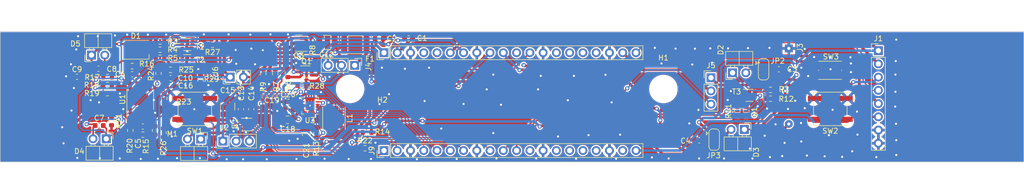
<source format=kicad_pcb>
(kicad_pcb (version 20221018) (generator pcbnew)
  (layers (0 "F.Cu" signal) (31 "B.Cu" signal) (34 "B.Paste" user) (35 "F.Paste" user) (36 "B.SilkS" user "B.Silkscreen") (37 "F.SilkS" user "F.Silkscreen") (38 "B.Mask" user) (39 "F.Mask" user) (44 "Edge.Cuts" user))
  (net 0 "")
  (net 1 "GND")
  (net 2 "Net-(J2-Pin_2)")
  (net 3 "+3.3V")
  (net 4 "V_BAT")
  (net 5 "Net-(U3-SS{slash}TR)")
  (net 6 "Net-(D2-K)")
  (net 7 "Net-(D2-A)")
  (net 8 "Net-(D3-K)")
  (net 9 "Net-(D3-A)")
  (net 10 "IR_R_INSIDE")
  (net 11 "IR_R_OUTSIDE")
  (net 12 "Net-(J4-Pin_1)")
  (net 13 "VDD")
  (net 14 "Reset")
  (net 15 "VBUS")
  (net 16 "/3V3_EN")
  (net 17 "/3V3")
  (net 18 "/GP21")
  (net 19 "/GP20")
  (net 20 "/GP19")
  (net 21 "/GP18")
  (net 22 "/GP9")
  (net 23 "/GP10")
  (net 24 "/GP11")
  (net 25 "/GP12")
  (net 26 "/GP13")
  (net 27 "/GP14")
  (net 28 "Net-(M1-+)")
  (net 29 "Net-(M1--)")
  (net 30 "BAT_MON_EN")
  (net 31 "Net-(Q1B-D)")
  (net 32 "Net-(Q1A-D)")
  (net 33 "Net-(R3-Pad1)")
  (net 34 "Net-(D1-BK)")
  (net 35 "Net-(R4-Pad1)")
  (net 36 "Net-(D1-GK)")
  (net 37 "Net-(R5-Pad1)")
  (net 38 "Net-(D1-RK)")
  (net 39 "BAT_MON")
  (net 40 "Net-(R12-Pad1)")
  (net 41 "Net-(U3-PG)")
  (net 42 "Gear")
  (net 43 "Cat+")
  (net 44 "LED_R")
  (net 45 "LED_G")
  (net 46 "LED_B")
  (net 47 "Net-(L1-Pad1)")
  (net 48 "Net-(R1-Pad1)")
  (net 49 "IR_T_INSIDE")
  (net 50 "IR_T_OUTSIDE")
  (net 51 "Antenn_Analog")
  (net 52 "Antenn_Digital_1")
  (net 53 "Antenn_Digital_2")
  (net 54 "M_SLEEP")
  (net 55 "M_UNLOCK")
  (net 56 "M_LOCK")
  (net 57 "Net-(D4-A)")
  (net 58 "Net-(D5-A)")
  (net 59 "ADC_VREF_Antenn")
  (net 60 "/GP27_A0")
  (net 61 "Net-(J3-V+)")
  (net 62 "Net-(C5-Pad1)")
  (net 63 "Net-(U1A--)")
  (net 64 "Net-(C6-Pad1)")
  (net 65 "Net-(U1B--)")
  (net 66 "Net-(U1A-+)")
  (net 67 "Net-(U1B-+)")
  (net 68 "/RUN")
  (footprint "Resistor_SMD:R_0603_1608Metric" (layer "F.Cu") (at 83.75 85 -90)
    (fp_text reference "R23")
    (fp_text value "100k")
  )
  (footprint "Connector_PinHeader_2.54mm:PinHeader_1x02_P2.54mm_Vertical" (layer "F.Cu") (at 96.375 80.9 90)
    (fp_text reference "J6")
    (fp_text value "Conn_01x02")
  )
  (footprint "Resistor_SMD:R_0603_1608Metric" (layer "F.Cu") (at 82.95 74.05 180)
    (fp_text reference "R3")
    (fp_text value "68")
  )
  (footprint "Capacitor_SMD:C_0603_1608Metric" (layer "F.Cu") (at 100.4 87.06875 -90)
    (fp_text reference "C14")
    (fp_text value "100n")
  )
  (footprint "Connector_PinHeader_2.54mm:PinHeader_1x02_P2.54mm_Horizontal" (layer "F.Cu") (at 69.825 76.675 90)
    (fp_text reference "D5")
    (fp_text value "LED")
  )
  (footprint "LED_SMD:LED_RGB_PLCC-6" (layer "F.Cu") (at 78.3 75.65 180)
    (fp_text reference "D1")
    (fp_text value "LED_RGB")
  )
  (footprint "Resistor_SMD:R_0603_1608Metric" (layer "F.Cu") (at 73.65 89.3 -90)
    (fp_text reference "R21")
    (fp_text value "0")
  )
  (footprint "Package_TO_SOT_SMD:SOT-363_SC-70-6" (layer "F.Cu") (at 195.8 84.4)
    (fp_text reference "T3")
    (fp_text value "NX3008NBKS")
  )
  (footprint "Capacitor_SMD:C_0603_1608Metric" (layer "F.Cu") (at 186.2 93.05)
    (fp_text reference "C4")
    (fp_text value "1u")
  )
  (footprint "Capacitor_SMD:C_0603_1608Metric" (layer "F.Cu") (at 107.5575 85.64 180)
    (fp_text reference "C20")
    (fp_text value "3.3n")
  )
  (footprint "Package_TO_SOT_SMD:SOT-363_SC-70-6" (layer "F.Cu") (at 111 79.9)
    (fp_text reference "Q1")
    (fp_text value "NX3008CBKS")
  )
  (footprint "Connector_PinHeader_2.54mm:PinHeader_1x20_P2.54mm_Vertical" (layer "F.Cu") (at 125.825 95 90)
    (fp_text reference "J9")
    (fp_text value "Conn_01x20")
  )
  (footprint "Resistor_SMD:R_0603_1608Metric" (layer "F.Cu") (at 90.7 81.5 90)
    (fp_text reference "R29")
    (fp_text value "330k")
  )
  (footprint "Connector_PinHeader_2.54mm:PinHeader_1x03_P2.54mm_Vertical" (layer "F.Cu") (at 188.45 81.02)
    (fp_text reference "J5")
    (fp_text value "Conn_01x03")
  )
  (footprint "Capacitor_SMD:C_1210_3225Metric" (layer "F.Cu") (at 95.9 86.56875 -90)
    (fp_text reference "C15")
    (fp_text value "100u")
  )
  (footprint "Resistor_SMD:R_0603_1608Metric" (layer "F.Cu") (at 72.890488 83.975355)
    (fp_text reference "R19")
    (fp_text value "0")
  )
  (footprint "Resistor_SMD:R_0603_1608Metric" (layer "F.Cu") (at 199.85 83.35)
    (fp_text reference "R2")
    (fp_text value "6.8")
  )
  (footprint "Battery:BatteryHolder_MPD_BH-18650-PC2" (layer "F.Cu") (at 203.35 75.4 -90)
    (fp_text reference "J3")
    (fp_text value "Battery pack")
  )
  (footprint "Package_TO_SOT_SMD:SOT-363_SC-70-6" (layer "F.Cu") (at 88.15 77.75 180)
    (fp_text reference "T2")
    (fp_text value "NX3008NBKS")
  )
  (footprint "Connector_PinHeader_2.54mm:PinHeader_1x03_P2.54mm_Vertical" (layer "F.Cu") (at 120.225 78.65 -90)
    (fp_text reference "J4")
    (fp_text value "Conn_01x03_Socket")
  )
  (footprint "Connector_PinHeader_2.54mm:PinHeader_1x02_P2.54mm_Horizontal" (layer "F.Cu") (at 90.74 92.8 -90)
    (fp_text reference "M1")
    (fp_text value "Motor_DC" hide)
  )
  (footprint "Connector_PinHeader_2.54mm:PinHeader_1x02_P2.54mm_Horizontal" (layer "F.Cu") (at 72.65 92.75 -90)
    (fp_text reference "D4")
    (fp_text value "LED")
  )
  (footprint "Jumper:SolderJumper-3_P1.3mm_Bridged12_RoundedPad1.0x1.5mm" (layer "F.Cu") (at 189.05 92.9 -90)
    (fp_text reference "JP3")
    (fp_text value "SolderJumper_3_Bridged12")
  )
  (footprint "Resistor_SMD:R_0603_1608Metric" (layer "F.Cu") (at 82.95 75.65 180)
    (fp_text reference "R4")
    (fp_text value "22")
  )
  (footprint "Capacitor_SMD:C_0603_1608Metric" (layer "F.Cu") (at 130.55 73.45)
    (fp_text reference "C1")
    (fp_text value "100n")
  )
  (footprint "Resistor_SMD:R_0603_1608Metric" (layer "F.Cu") (at 111.8 77.2 180)
    (fp_text reference "R8")
    (fp_text value "1meg")
  )
  (footprint "Resistor_SMD:R_0603_1608Metric" (layer "F.Cu") (at 84.95 79.5)
    (fp_text reference "R25")
    (fp_text value "100k")
  )
  (footprint "Button_Switch_SMD:SW_Push_1P1T_NO_CK_KSC6xxJ" (layer "F.Cu") (at 89.6 87)
    (fp_text reference "SW1")
    (fp_text value "SW_Push")
  )
  (footprint "Resistor_SMD:R_0603_1608Metric" (layer "F.Cu") (at 122.592282 91.534801)
    (fp_text reference "R14")
    (fp_text value "100k")
  )
  (footprint "Package_TO_SOT_SMD:SOT-363_SC-70-6" (layer "F.Cu") (at 88.15 74.65)
    (fp_text reference "T1")
    (fp_text value "NX3008NBKS")
  )
  (footprint "Resistor_SMD:R_0603_1608Metric" (layer "F.Cu") (at 193.5 87.45 -90)
    (fp_text reference "R11")
    (fp_text value "6.8")
  )
  (footprint "Capacitor_SMD:C_0805_2012Metric" (layer "F.Cu") (at 110.95 91.9 90)
    (fp_text reference "C21")
    (fp_text value "22u")
  )
  (footprint "Capacitor_SMD:C_0603_1608Metric" (layer "F.Cu") (at 84.95 82.65 180)
    (fp_text reference "C16")
    (fp_text value "100n")
  )
  (footprint "Connector_PinHeader_2.54mm:PinHeader_1x20_P2.54mm_Vertical" (layer "F.Cu") (at 125.825 76.22 90)
    (fp_text reference "J8" hide)
    (fp_text value "Conn_01x20")
  )
  (footprint "Resistor_SMD:R_0603_1608Metric" (layer "F.Cu") (at 199.85 85.05)
    (fp_text reference "R12")
    (fp_text value "6.8")
  )
  (footprint "Capacitor_SMD:C_0603_1608Metric" (layer "F.Cu") (at 84.95 81.1 180)
    (fp_text reference "C10")
    (fp_text value "100n")
  )
  (footprint "Capacitor_SMD:C_0603_1608Metric" (layer "F.Cu") (at 201.45 79.4 180)
    (fp_text reference "C3")
    (fp_text value "1u")
  )
  (footprint "Connector_PinHeader_2.54mm:PinHeader_1x03_P2.54mm_Vertical" (layer "F.Cu") (at 94.975 93.19375 90)
    (fp_text reference "J2")
    (fp_text value "Conn_01x03")
  )
  (footprint "Package_SO:SOIC-8-1EP_3.9x4.9mm_P1.27mm_EP2.29x3mm" (layer "F.Cu") (at 79.155 85.175 90)
    (fp_text reference "U1")
    (fp_text value "LM358_DFN")
  )
  (footprint "Capacitor_SMD:C_1210_3225Metric" (layer "F.Cu") (at 114.9 74.25)
    (fp_text reference "C12")
    (fp_text value "100u")
  )
  (footprint "Package_TO_SOT_SMD:SOT-23" (layer "F.Cu") (at 109.5 74.4 180)
    (fp_text reference "Q3")
    (fp_text value "Q_PMOS_GSD")
  )
  (footprint "DRV8837DSGR:SON50P200X200X80-9N" (layer "F.Cu") (at 99.5475 90.01875)
    (fp_text reference "U2")
    (fp_text value "DRV8837DSGR")
  )
  (footprint "Resistor_SMD:R_0603_1608Metric" (layer "F.Cu") (at 82.65 80.2 90)
    (fp_text reference "R24")
    (fp_text value "100k")
  )
  (footprint "Capacitor_SMD:C_0603_1608Metric" (layer "F.Cu") (at 124.9 73.55 180)
    (fp_text reference "C2")
    (fp_text value "100n")
  )
  (footprint "Capacitor_SMD:C_0603_1608Metric" (layer "F.Cu") (at 71.15 79.3 180)
    (fp_text reference "C8")
    (fp_text value "1.4p")
  )
  (footprint "Resistor_SMD:R_0603_1608Metric" (layer "F.Cu") (at 83.6 91.575 90)
    (fp_text reference "R26")
    (fp_text value "100k")
  )
  (footprint "Resistor_SMD:R_0603_1608Metric" (layer "F.Cu") (at 102.7 80.25 -90)
    (fp_text reference "R9")
    (fp_text value "1meg")
  )
  (footprint "Connector_PinHeader_2.54mm:PinHeader_1x08_P2.54mm_Vertical" (layer "F.Cu") (at 220.5 75.825)
    (fp_text reference "J1")
    (fp_text value "Conn_01x08")
  )
  (footprint "Resistor_SMD:R_0603_1608Metric" (layer "F.Cu") (at 93 74.7 180)
    (fp_text reference "R27")
    (fp_text value "330k")
  )
  (footprint "Connector_PinHeader_2.54mm:PinHeader_1x02_P2.54mm_Horizontal" (layer "F.Cu") (at 192.575 80.075 90)
    (fp_text reference "D2")
    (fp_text value "IR-LED")
  )
  (footprint "Resistor_SMD:R_0603_1608Metric" (layer "F.Cu") (at 110.1 82.5 180)
    (fp_text reference "R28")
    (fp_text value "330k")
  )
  (footprint "Fuse:Fuse_1812_4532Metric" (layer "F.Cu") (at 120.35 74.7 180)
    (fp_text reference "F1")
    (fp_text value "Polyfuse")
  )
  (footprint "Capacitor_SMD:C_0603_1608Metric" (layer "F.Cu") (at 71.3 90.2)
    (fp_text reference "C7")
    (fp_text value "1.4p")
  )
  (footprint "Capacitor_SMD:C_0603_1608Metric" (layer "F.Cu") (at 107.5575 87.29)
    (fp_text reference "C19")
    (fp_text value "100n")
  )
  (footprint "Resistor_SMD:R_0603_1608Metric" (layer "F.Cu") (at 105 80.25 -90)
    (fp_text reference "R7")
    (fp_text value "220k")
  )
  (footprint "Resistor_SMD:R_0603_1608Metric" (layer "F.Cu") (at 82 91.15 -90)
    (fp_text reference "R10" hide)
    (fp_text value "0")
  )
  (footprint "Resistor_SMD:R_0603_1608Metric" (layer "F.Cu") (at 72.9 80.9 180)
    (fp_text reference "R17")
    (fp_text value "0")
  )
  (footprint "Resistor_SMD:R_0603_1608Metric" (layer "F.Cu") (at 82.95 77.2 180)
    (fp_text reference "R5")
    (fp_text value "10")
  )
  (footprint "Capacitor_SMD:C_0603_1608Metric" (layer "F.Cu") (at 79.65 90.4)
    (fp_text reference "C5")
    (fp_text value "1.4p")
  )
  (footprint "Package_DFN_QFN:VQFN-16-1EP_3x3mm_P0.5mm_EP1.68x1.68mm_ThermalVias" (layer "F.Cu") (at 111.67 86.39 180)
    (fp_text reference "U3")
    (fp_text value "TPS62132")
  )
  (footprint "Resistor_SMD:R_0603_1608Metric" (layer "F.Cu") (at 79.65 91.95)
    (fp_text reference "R15")
    (fp_text value "100k")
  )
  (footprint "Jumper:SolderJumper-3_P1.3mm_Bridged12_RoundedPad1.0x1.5mm" (layer "F.Cu") (at 198.5175 79.4 -90)
    (fp_text reference "JP2")
    (fp_text value "SolderJumper_3_Bridged12")
  )
  (footprint "Connector_PinHeader_2.54mm:PinHeader_1x02_P2.54mm_Horizontal" (layer "F.Cu") (at 194.84 90.95 -90)
    (fp_text reference "D3")
    (fp_text value "IR-LED")
  )
  (footprint "Inductor_SMD:L_Coilcraft_XxL4020" (layer "F.Cu") (at 116.25 88.8 -90)
    (fp_text reference "L1")
    (fp_text value "2.2u")
  )
  (footprint "Resistor_SMD:R_0603_1608Metric" (layer "F.Cu") (at 77.6 78.8)
    (fp_text reference "R16")
    (fp_text value "100k")
  )
  (footprint "Resistor_SMD:R_0603_1608Metric" (layer "F.Cu") (at 72.890488 82.425355)
    (fp_text reference "R18")
    (fp_text value "0")
  )
  (footprint "Button_Switch_SMD:SW_Push_1P1T_NO_Vertical_Wuerth_434133025816" (layer "F.Cu") (at 211.25 79.6)
    (fp_text reference "SW3")
    (fp_text value "SW_Push")
  )
  (footprint "Resistor_SMD:R_0603_1608Metric" (layer "F.Cu") (at 195.2 87.45 -90)
    (fp_text reference "R1")
    (fp_text value "6.8")
  )
  (footprint "MountingHole:MountingHole_5mm" (layer "F.Cu") (at 179.336964 83.187106)
    (fp_text reference "H1")
    (fp_text value "MountingHole")
  )
  (footprint "Capacitor_SMD:C_0603_1608Metric" (layer "F.Cu") (at 67.05 80.85)
    (fp_text reference "C9")
    (fp_text value "1u")
  )
  (footprint "Capacitor_SMD:C_0603_1608Metric" (layer "F.Cu") (at 98.45 87.06875 -90)
    (fp_text reference "C13")
    (fp_text value "100n")
  )
  (footprint "Resistor_SMD:R_0603_1608Metric" (layer "F.Cu") (at 122.2 94.55 180)
    (fp_text reference "R22")
    (fp_text value "100k")
  )
  (footprint "Button_Switch_SMD:SW_Push_1P1T_NO_CK_KSC6xxJ" (layer "F.Cu") (at 211.3 87)
    (fp_text reference "SW2")
    (fp_text value "SW_Push")
  )
  (footprint "Resistor_SMD:R_0603_1608Metric" (layer "F.Cu") (at 107.425 80.075 90)
    (fp_text reference "R6")
    (fp_text value "330k")
  )
  (footprint "Capacitor_SMD:C_0603_1608Metric" (layer "F.Cu") (at 77.6 80.35)
    (fp_text reference "C6")
    (fp_text value "1.4p")
  )
  (footprint "MountingHole:MountingHole_5mm" (layer "F.Cu") (at 119.3373 83.172456)
    (fp_text reference "H2")
    (fp_text value "MountingHole")
  )
  (footprint "Resistor_SMD:R_0603_1608Metric" (layer "F.Cu") (at 112.9 91.7 90)
    (fp_text reference "R13")
    (fp_text value "100k")
  )
  (footprint "Capacitor_SMD:C_0805_2012Metric" (layer "F.Cu") (at 107.35 89.1)
    (fp_text reference "C18")
    (fp_text value "10u")
  )
  (footprint "Resistor_SMD:R_0603_1608Metric" (layer "F.Cu") (at 77.25 91.15 90)
    (fp_text reference "R20")
    (fp_text value "0")
  )
  (gr_rect (start 52.35 72.2) (end 248.35 97.2) (stroke (width 0.1)) (fill none) (layer "Edge.Cuts"))
  (segment (start 79.675 85.175) (end 79.155 85.175) (width 0.2) (layer "F.Cu") (net 1))
  (segment (start 89.285756 78.4) (end 90.267878 79.382122) (width 0.5) (layer "F.Cu") (net 1))
  (segment (start 104.25 85.55) (end 105.5 85.55) (width 0.5) (layer "F.Cu") (net 1))
  (segment (start 86.25 74) (end 86.1 73.85) (width 0.4) (layer "F.Cu") (net 1))
  (segment (start 98.45 86.29375) (end 98.45 85.15) (width 0.5) (layer "F.Cu") (net 1))
  (segment (start 101.2 85.25) (end 101.4 85.25) (width 0.5) (layer "F.Cu") (net 1))
  (segment (start 192.4 83.75) (end 192.25 83.6) (width 0.5) (layer "F.Cu") (net 1))
  (segment (start 99.5475 90.01875) (end 99.5475 91.3525) (width 0.15) (layer "F.Cu") (net 1))
  (segment (start 111.92 87.8525) (end 111.92 87.32) (width 0.3) (layer "F.Cu") (net 1))
  (segment (start 101.4 85.25) (end 101.45 85.2) (width 0.5) (layer "F.Cu") (net 1))
  (segment (start 109.4 92.85) (end 109.3 92.75) (width 0.5) (layer "F.Cu") (net 1))
  (segment (start 110.9 83.7) (end 110.9 83.831365) (width 0.5) (layer "F.Cu") (net 1))
  (segment (start 98.5625 90.76875) (end 98.6225 90.70875) (width 0.3) (layer "F.Cu") (net 1))
  (segment (start 100.4 86.05) (end 101.2 85.25) (width 0.5) (layer "F.Cu") (net 1))
  (segment (start 186.05 87.2) (end 186.45 87.6) (width 0.3) (layer "F.Cu") (net 1))
  (segment (start 112.42 87.8525) (end 112.26 87.6925) (width 0.3) (layer "F.Cu") (net 1))
  (segment (start 98.020954 91.310296) (end 97.029988 91.310296) (width 0.3) (layer "F.Cu") (net 1))
  (segment (start 112.42 84.9275) (end 111.6575 84.9275) (width 0.5) (layer "F.Cu") (net 1))
  (segment (start 129.775 73.45) (end 129.225 72.9) (width 0.5) (layer "F.Cu") (net 1))
  (segment (start 115.2 85.8) (end 115.2 85.168629) (width 0.5) (layer "F.Cu") (net 1))
  (segment (start 112.42 87.8525) (end 112.42 88.9775) (width 0.3) (layer "F.Cu") (net 1))
  (segment (start 111.67 84.94) (end 111.6575 84.9275) (width 0.5) (layer "F.Cu") (net 1))
  (segment (start 81.8 86.91) (end 81.06 87.65) (width 0.2) (layer "F.Cu") (net 1))
  (segment (start 113.425 74.25) (end 113.425 73.725) (width 0.5) (layer "F.Cu") (net 1))
  (segment (start 112.26 85.8) (end 112.26 85.2675) (width 0.5) (layer "F.Cu") (net 1))
  (segment (start 195.5 83.75) (end 195.65 83.6) (width 0.5) (layer "F.Cu") (net 1))
  (segment (start 98.6225 90.70875) (end 98.9975 90.70875) (width 0.3) (layer "F.Cu") (net 1))
  (segment (start 196.75 85.85) (end 197.394622 86.494622) (width 0.5) (layer "F.Cu") (net 1))
  (segment (start 111.08 85.8) (end 111.08 85.2675) (width 0.5) (layer "F.Cu") (net 1))
  (segment (start 111.92 87.32) (end 112.26 86.98) (width 0.3) (layer "F.Cu") (net 1))
  (segment (start 110.95 92.85) (end 109.4 92.85) (width 0.5) (layer "F.Cu") (net 1))
  (segment (start 111.6575 84.9275) (end 110.92 84.9275) (width 0.5) (layer "F.Cu") (net 1))
  (segment (start 106.4 90.0005) (end 106.1 90.3005) (width 0.5) (layer "F.Cu") (net 1))
  (segment (start 98.5625 90.76875) (end 98.020954 91.310296) (width 0.3) (layer "F.Cu") (net 1))
  (segment (start 110.4875 75.45) (end 110.4375 75.5) (width 0.5) (layer "F.Cu") (net 1))
  (segment (start 189.75 87.6) (end 191.65 85.7) (width 0.3) (layer "F.Cu") (net 1))
  (segment (start 112.26 87.6925) (end 112.26 86.98) (width 0.3) (layer "F.Cu") (net 1))
  (segment (start 103.4 85.2) (end 104 85.8) (width 0.5) (layer "F.Cu") (net 1))
  (segment (start 99.5475 91.3525) (end 99.4 91.5) (width 0.15) (layer "F.Cu") (net 1))
  (segment (start 203.45 79.4) (end 203.55 79.5) (width 0.5) (layer "F.Cu") (net 1))
  (segment (start 126.325 72.9) (end 127.8 72.9) (width 0.5) (layer "F.Cu") (net 1))
  (segment (start 111.67 86.39) (end 111.67 84.94) (width 0.5) (layer "F.Cu") (net 1))
  (segment (start 115.4 80.85) (end 115.4 82.15) (width 0.5) (layer "F.Cu") (net 1))
  (segment (start 99.5475 90.01875) (end 99.5475 88.7975) (width 0.15) (layer "F.Cu") (net 1))
  (segment (start 191.65 85.7) (end 191.65 85.3) (width 0.3) (layer "F.Cu") (net 1))
  (segment (start 194.85 83.75) (end 195.5 83.75) (width 0.5) (layer "F.Cu") (net 1))
  (segment (start 81.8 85.35) (end 81.8 86.91) (width 0.2) (layer "F.Cu") (net 1))
  (segment (start 113.425 73.725) (end 114.6 72.55) (width 0.5) (layer "F.Cu") (net 1))
  (segment (start 115.4 82.15) (end 113.75 83.8) (width 0.5) (layer "F.Cu") (net 1))
  (segment (start 81.75 85.3) (end 81.8 85.35) (width 0.2) (layer "F.Cu") (net 1))
  (segment (start 129.225 72.9) (end 127.8 72.9) (width 0.5) (layer "F.Cu") (net 1))
  (segment (start 106.4 89.1) (end 106.4 90.0005) (width 0.5) (layer "F.Cu") (net 1))
  (segment (start 87.2 74) (end 86.25 74) (width 0.4) (layer "F.Cu") (net 1))
  (segment (start 110.05 79.25) (end 109 78.2) (width 0.5) (layer "F.Cu") (net 1))
  (segment (start 186.45 87.6) (end 189.75 87.6) (width 0.3) (layer "F.Cu") (net 1))
  (segment (start 196.75 85.05) (end 196.75 85.85) (width 0.5) (layer "F.Cu") (net 1))
  (segment (start 100.4 86.29375) (end 100.4 86.05) (width 0.5) (layer "F.Cu") (net 1))
  (segment (start 81.06 86.56) (end 79.675 85.175) (width 0.2) (layer "F.Cu") (net 1))
  (segment (start 111.92 87.8525) (end 111.92 89.0025) (width 0.3) (layer "F.Cu") (net 1))
  (segment (start 100.4 86.29375) (end 99.59375 86.29375) (width 0.5) (layer "F.Cu") (net 1))
  (segment (start 113.831371 83.8) (end 113.75 83.8) (width 0.5) (layer "F.Cu") (net 1))
  (segment (start 125.675 73.55) (end 126.325 72.9) (width 0.5) (layer "F.Cu") (net 1))
  (segment (start 88.8 75.3) (end 88.15 75.95) (width 0.5) (layer "F.Cu") (net 1))
  (segment (start 81.06 87.65) (end 81.06 86.56) (width 0.2) (layer "F.Cu") (net 1))
  (segment (start 194.85 83.75) (end 192.4 83.75) (width 0.5) (layer "F.Cu") (net 1))
  (segment (start 111.08 85.2675) (end 111.42 84.9275) (width 0.5) (layer "F.Cu") (net 1))
  (segment (start 111.92 89.0025) (end 112.1575 89.24) (width 0.3) (layer "F.Cu") (net 1))
  (segment (start 98.45 85.15) (end 98.25 84.95) (width 0.5) (layer "F.Cu") (net 1))
  (segment (start 89.1 75.3) (end 88.8 75.3) (width 0.5) (layer "F.Cu") (net 1))
  (segment (start 202.225 79.4) (end 203.45 79.4) (width 0.5) (layer "F.Cu") (net 1))
  (segment (start 115.2 85.168629) (end 113.831371 83.8) (width 0.5) (layer "F.Cu") (net 1))
  (segment (start 109.781365 84.95) (end 109.75 84.95) (width 0.5) (layer "F.Cu") (net 1))
  (segment (start 99.59375 86.29375) (end 98.25 84.95) (width 0.5) (layer "F.Cu") (net 1))
  (segment (start 112.42 88.9775) (end 112.1575 89.24) (width 0.3) (layer "F.Cu") (net 1))
  (segment (start 99.5475 88.7975) (end 99.5 88.75) (width 0.15) (layer "F.Cu") (net 1))
  (segment (start 113.425 73.625) (end 112.4 72.6) (width 0.5) (layer "F.Cu") (net 1))
  (segment (start 104 85.8) (end 104.25 85.55) (width 0.5) (layer "F.Cu") (net 1))
  (segment (start 101.45 85.2) (end 103.4 85.2) (width 0.5) (layer "F.Cu") (net 1))
  (segment (start 110.9 83.831365) (end 109.781365 84.95) (width 0.5) (layer "F.Cu") (net 1))
  (segment (start 89.1 78.4) (end 89.285756 78.4) (width 0.5) (layer "F.Cu") (net 1))
  (segment (start 112.26 85.2675) (end 111.92 84.9275) (width 0.5) (layer "F.Cu") (net 1))
  (via (at 88.15 75.95) (size 0.8) (drill 0.4) (layers "F.Cu" "B.Cu") (net 1))
  (via (at 106.1 90.3005) (size 0.8) (drill 0.4) (layers "F.Cu" "B.Cu") (net 1))
  (via (at 191.65 85.3) (size 0.8) (drill 0.4) (layers "F.Cu" "B.Cu") (net 1))
  (via (at 203.55 79.5) (size 0.8) (drill 0.4) (layers "F.Cu" "B.Cu") (net 1))
  (via (at 205.75 79.1) (size 0.8) (drill 0.4) (layers "F.Cu" "B.Cu") (net 1))
  (via (at 223.8756 89.8652) (size 0.8) (drill 0.4) (layers "F.Cu" "B.Cu") (net 1))
  (via (at 126.7968 84.1756) (size 0.8) (drill 0.4) (layers "F.Cu" "B.Cu") (net 1))
  (via (at 64.4652 93.6244) (size 0.8) (drill 0.4) (layers "F.Cu" "B.Cu") (net 1))
  (via (at 102.362 83.058) (size 0.8) (drill 0.4) (layers "F.Cu" "B.Cu") (net 1))
  (via (at 101.1428 78.4352) (size 0.8) (drill 0.4) (layers "F.Cu" "B.Cu") (net 1))
  (via (at 100.2284 72.7456) (size 0.8) (drill 0.4) (layers "F.Cu" "B.Cu") (net 1))
  (via (at 195.5292 75.3364) (size 0.8) (drill 0.4) (layers "F.Cu" "B.Cu") (net 1))
  (via (at 155.3464 83.2612) (size 0.8) (drill 0.4) (layers "F.Cu" "B.Cu") (net 1))
  (via (at 115.2 85.8) (size 0.8) (drill 0.4) (layers "F.Cu" "B.Cu") (net 1))
  (via (at 85.1916 92.3036) (size 0.8) (drill 0.4) (layers "F.Cu" "B.Cu") (net 1))
  (via (at 184.3 89.8) (size 0.8) (drill 0.4) (layers "F.Cu" "B.Cu") (net 1))
  (via (at 177.6984 75.2856) (size 0.8) (drill 0.4) (layers "F.Cu" "B.Cu") (net 1))
  (via (at 105.5 85.55) (size 0.8) (drill 0.4) (layers "F.Cu" "B.Cu") (net 1))
  (via (at 112.193837 73.847395) (size 0.8) (drill 0.4) (layers "F.Cu" "B.Cu") (net 1))
  (via (at 223.774 83.7184) (size 0.8) (drill 0.4) (layers "F.Cu" "B.Cu") (net 1))
  (via (at 184.8612 78.486) (size 0.8) (drill 0.4) (layers "F.Cu" "B.Cu") (net 1))
  (via (at 97.536 78.3336) (size 0.8) (drill 0.4) (layers "F.Cu" "B.Cu") (net 1))
  (via (at 195.8848 94.6404) (size 0.8) (drill 0.4) (layers "F.Cu" "B.Cu") (net 1))
  (via (at 171.0436 91.948) (size 0.8) (drill 0.4) (layers "F.Cu" "B.Cu") (net 1))
  (via (at 100.4316 75.438) (size 0.8) (drill 0.4) (layers "F.Cu" "B.Cu") (net 1))
  (via (at 141.0716 86.0552) (size 0.8) (drill 0.4) (layers "F.Cu" "B.Cu") (net 1))
  (via (at 76.6572 72.7456) (size 0.8) (drill 0.4) (layers "F.Cu" "B.Cu") (net 1))
  (via (at 181.6608 75.438) (size 0.8) (drill 0.4) (layers "F.Cu" "B.Cu") (net 1))
  (via (at 186.182 96.52) (size 0.8) (drill 0.4) (layers "F.Cu" "B.Cu") (net 1))
  (via (at 81.75 85.3) (size 0.8) (drill 0.4) (layers "F.Cu" "B.Cu") (net 1))
  (via (at 199.644 75.2856) (size 0.8) (drill 0.4) (layers "F.Cu" "B.Cu") (net 1))
  (via (at 223.9264 93.0148) (size 0.8) (drill 0.4) (layers "F.Cu" "B.Cu") (net 1))
  (via (at 67.2592 73.0504) (size 0.8) (drill 0.4) (layers "F.Cu" "B.Cu") (net 1))
  (via (at 190.9572 96.52) (size 0.8) (drill 0.4) (layers "F.Cu" "B.Cu") (net 1))
  (via (at 129.8448 79.2988) (size 0.8) (drill 0.4) (layers "F.Cu" "B.Cu") (net 1))
  (via (at 91.3384 72.6948) (size 0.8) (drill 0.4) (layers "F.Cu" "B.Cu") (net 1))
  (via (at 199.2 86.95) (size 0.8) (drill 0.4) (layers "F.Cu" "B.Cu") (net 1))
  (via (at 114.4524 96.5708) (size 0.8) (drill 0.4) (layers "F.Cu" "B.Cu") (net 1))
  (via (at 202.0824 96.0628) (size 0.8) (drill 0.4) (layers "F.Cu" "B.Cu") (net 1))
  (via (at 220.1164 96.266) (size 0.8) (drill 0.4) (layers "F.Cu" "B.Cu") (net 1))
  (via (at 64.2112 90.5256) (size 0.8) (drill 0.4) (layers "F.Cu" "B.Cu") (net 1))
  (via (at 186.05 87.2) (size 0.8) (drill 0.4) (layers "F.Cu" "B.Cu") (net 1))
  (via (at 133.604 85.4964) (size 0.8) (drill 0.4) (layers "F.Cu" "B.Cu") (net 1))
  (via (at 199.7456 96.266) (size 0.8) (drill 0.4) (layers "F.Cu" "B.Cu") (net 1))
  (via (at 177.1396 96.3168) (size 0.8) (drill 0.4) (layers "F.Cu" "B.Cu") (net 1))
  (via (at 154.9908 96.52) (size 0.8) (drill 0.4) (layers "F.Cu" "B.Cu") (net 1))
  (via (at 86.1 73.85) (size 0.8) (drill 0.4) (layers "F.Cu" "B.Cu") (net 1))
  (via (at 89.5096 87.0712) (size 0.8) (drill 0.4) (layers "F.Cu" "B.Cu") (net 1))
  (via (at 215.2396 78.2828) (size 0.8) (drill 0.4) (layers "F.Cu" "B.Cu") (net 1))
  (via (at 188.6712 78.1304) (size 0.8) (drill 0.4) (layers "F.Cu" "B.Cu") (net 1))
  (via (at 98.8568 96.6724) (size 0.8) (drill 0.4) (layers "F.Cu" "B.Cu") (net 1))
  (via (at 147.3708 96.52) (size 0.8) (drill 0.4) (layers "F.Cu" "B.Cu") (net 1))
  (via (at 66.4464 83.0072) (size 0.8) (drill 0.4) (layers "F.Cu" "B.Cu") (net 1))
  (via (at 115.4 80.85) (size 0.8) (drill 0.4) (layers "F.Cu" "B.Cu") (net 1))
  (via (at 109 78.2) (size 0.8) (drill 0.4) (layers "F.Cu" "B.Cu") (net 1))
  (via (at 148.2344 86.2076) (size 0.8) (drill 0.4) (layers "F.Cu" "B.Cu") (net 1))
  (via (at 92.2 82.4484) (size 0.8) (drill 0.4) (layers "F.Cu" "B.Cu") (net 1))
  (via (at 223.7232 86.5632) (size 0.8) (drill 0.4) (layers "F.Cu" "B.Cu") (net 1))
  (via (at 65.9892 87.3252) (size 0.8) (drill 0.4) (layers "F.Cu" "B.Cu") (net 1))
  (via (at 216.5096 91.948) (size 0.8) (drill 0.4) (layers "F.Cu" "B.Cu") (net 1))
  (via (at 191.7192 75.3872) (size 0.8) (drill 0.4) (layers "F.Cu" "B.Cu") (net 1))
  (via (at 215.15 77.1) (size 0.8) (drill 0.4) (layers "F.Cu" "B.Cu") (net 1))
  (via (at 71.0184 73.0504) (size 0.8) (drill 0.4) (layers "F.Cu" "B.Cu") (net 1))
  (via (at 145.4912 83.2612) (size 0.8) (drill 0.4) (layers "F.Cu" "B.Cu") (net 1))
  (via (at 146.7612 91.6432) (size 0.8) (drill 0.4) (layers "F.Cu" "B.Cu") (net 1))
  (via (at 215.4936 95.1484) (size 0.8) (drill 0.4) (layers "F.Cu" "B.Cu") (net 1))
  (via (at 82 87.75) (size 0.8) (drill 0.4) (layers "F.Cu" "B.Cu") (net 1))
  (via (at 84.1248 72.7456) (size 0.8) (drill 0.4) (layers "F.Cu" "B.Cu") (net 1))
  (via (at 205.6892 89.7128) (size 0.8) (drill 0.4) (layers "F.Cu" "B.Cu") (net 1))
  (via (at 97.4344 75.692) (size 0.8) (drill 0.4) (layers "F.Cu" "B.Cu") (net 1))
  (via (at 192.25 83.6) (size 0.8) (drill 0.4) (layers "F.Cu" "B.Cu") (net 1))
  (via (at 162.6108 96.5708) (size 0.8) (drill 0.4) (layers "F.Cu" "B.Cu") (net 1))
  (via (at 99.4 91.5) (size 0.8) (drill 0.4) (layers "F.Cu" "B.Cu") (net 1))
  (via (at 207.05 80.7) (size 0.8) (drill 0.4) (layers "F.Cu" "B.Cu") (net 1))
  (via (at 119.0752 96.6216) (size 0.8) (drill 0.4) (layers "F.Cu" "B.Cu") (net 1))
  (via (at 71.4248 96.4692) (size 0.8) (drill 0.4) (layers "F.Cu" "B.Cu") (net 1))
  (via (at 223.9264 95.8596) (size 0.8) (drill 0.4) (layers "F.Cu" "B.Cu") (net 1))
  (via (at 124.968 86.106) (size 0.8) (drill 0.4) (layers "F.Cu" "B.Cu") (net 1))
  (via (at 180.34 96.52) (size 0.8) (drill 0.4) (layers "F.Cu" "B.Cu") (net 1))
  (via (at 203.2 87.0204) (size 0.8) (drill 0.4) (layers "F.Cu" "B.Cu") (net 1))
  (via (at 213.5632 96.2152) (size 0.8) (drill 0.4) (layers "F.Cu" "B.Cu") (net 1))
  (via (at 75.2348 96.52) (size 0.8) (drill 0.4) (layers "F.Cu" "B.Cu") (net 1))
  (via (at 216.408 87.5284) (size 0.8) (drill 0.4) (layers "F.Cu" "B.Cu") (net 1))
  (via (at 80.6196 72.7456) (size 0.8) (drill 0.4) (layers "F.Cu" "B.Cu") (net 1))
  (via (at 67.1068 96.4184) (size 0.8) (drill 0.4) (layers "F.Cu" "B.Cu") (net 1))
  (via (at 99.5 88.75) (size 0.8) (drill 0.4) (layers "F.Cu" "B.Cu") (net 1))
  (via (at 202.5396 93.5228) (size 0.8) (drill 0.4) (layers "F.Cu" "B.Cu") (net 1))
  (via (at 65.8876 78.4352) (size 0.8) (drill 0.4) (layers "F.Cu" "B.Cu") (net 1))
  (via (at 211.328 79.4004) (size 0.8) (drill 0.4) (layers "F.Cu" "B.Cu") (net 1))
  (via (at 125.4252 79.0956) (size 0.8) (drill 0.4) (layers "F.Cu" "B.Cu") (net 1))
  (via (at 104.0892 72.6948) (size 0.8) (drill 0.4) (layers "F.Cu" "B.Cu") (net 1))
  (via (at 223.9264 73.7108) (size 0.8) (drill 0.4) (layers "F.Cu" "B.Cu") (net 1))
  (via (at 64.95 80.75) (size 0.8) (drill 0.4) (layers "F.Cu" "B.Cu") (net 1))
  (via (at 124.2 93.5) (size 0.8) (drill 0.4) (layers "F.Cu" "B.Cu") (net 1))
  (via (at 66.9036 75.5904) (size 0.8) (drill 0.4) (layers "F.Cu" "B.Cu") (net 1))
  (via (at 97.029988 91.310296) (size 0.8) (drill 0.4) (layers "F.Cu" "B.Cu") (net 1))
  (via (at 161.036 85.344) (size 0.8) (drill 0.4) (layers "F.Cu" "B.Cu") (net 1))
  (via (at 120.25 92.5) (size 0.8) (drill 0.4) (layers "F.Cu" "B.Cu") (net 1))
  (via (at 168.2496 80.4672) (size 0.8) (drill 0.4) (layers "F.Cu" "B.Cu") (net 1))
  (via (at 90.267878 79.382122) (size 0.8) (drill 0.4) (layers "F.Cu" "B.Cu") (net 1))
  (via (at 113.75 83.8) (size 0.8) (drill 0.4) (layers "F.Cu" "B.Cu") (net 1))
  (via (at 75.9 87.05) (size 0.8) (drill 0.4) (layers "F.Cu" "B.Cu") (net 1))
  (via (at 204.5716 85.4456) (size 0.8) (drill 0.4) (layers "F.Cu" "B.Cu") (net 1))
  (via (at 71.2724 85.7504) (size 0.8) (drill 0.4) (layers "F.Cu" "B.Cu") (net 1))
  (via (at 223.8248 77.8256) (size 0.8) (drill 0.4) (layers "F.Cu" "B.Cu") (net 1))
  (via (at 75.55 82.15) (size 0.8) (drill 0.4) (layers "F.Cu" "B.Cu") (net 1))
  (via (at 105.4 87.4) (size 0.8) (drill 0.4) (layers "F.Cu" "B.Cu") (net 1))
  (via (at 109.0676 96.6216) (size 0.8) (drill 0.4) (layers "F.Cu" "B.Cu") (net 1))
  (via (at 206.4004 86.868) (size 0.8) (drill 0.4) (layers "F.Cu" "B.Cu") (net 1))
  (via (at 102.616 75.7428) (size 0.8) (drill 0.4) (layers "F.Cu" "B.Cu") (net 1))
  (via (at 211.0232 92.0496) (size 0.8) (drill 0.4) (layers "F.Cu" "B.Cu") (net 1))
  (via (at 178.9684 78.2828) (size 0.8) (drill 0.4) (layers "F.Cu" "B.Cu") (net 1))
  (via (at 159.1564 92.3036) (size 0.8) (drill 0.4) (layers "F.Cu" "B.Cu") (net 1))
  (via (at 79.248 96.6216) (size 0.8) (drill 0.4) (layers "F.Cu" "B.Cu") (net 1))
  (via (at 107.442 72.6948) (size 0.8) (drill 0.4) (layers "F.Cu" "B.Cu") (net 1))
  (via (at 206.4004 75.4888) (size 0.8) (drill 0.4) (layers "F.Cu" "B.Cu") (net 1))
  (via (at 205.74 93.2688) (size 0.8) (drill 0.4) (layers "F.Cu" "B.Cu") (net 1))
  (via (at 90.5764 96.4692) (size 0.8) (drill 0.4) (layers "F.Cu" "B.Cu") (net 1))
  (via (at 211.2264 77.1144) (size 0.8) (drill 0.4) (layers "F.Cu" "B.Cu") (net 1))
  (via (at 170.2816 96.5708) (size 0.8) (drill 0.4) (layers "F.Cu" "B.Cu") (net 1))
  (via (at 100.699312 83.100688) (size 0.8) (drill 0.4) (layers "F.Cu" "B.Cu") (net 1))
  (via (at 215.25 79.95) (size 0.8) (drill 0.4) (layers "F.Cu" "B.Cu") (net 1))
  (via (at 74.3204 72.898) (size 0.8) (drill 0.4) (layers "F.Cu" "B.Cu") (net 1))
  (via (at 103.8 82.25) (size 0.8) (drill 0.4) (layers "F.Cu" "B.Cu") (net 1))
  (via (at 82.55 96.5708) (size 0.8) (drill 0.4) (layers "F.Cu" "B.Cu") (net 1))
  (via (at 96.0628 72.6948) (size 0.8) (drill 0.4) (layers "F.Cu" "B.Cu") (net 1))
  (via (at 188.3156 75.3872) (size 0.8) (drill 0.4) (layers "F.Cu" "B.Cu") (net 1))
  (via (at 127.8 72.9) (size 0.8) (drill 0.4) (layers "F.Cu" "B.Cu") (net 1))
  (via (at 208.2 77.05) (size 0.8) (drill 0.4) (layers "F.Cu" "B.Cu") (net 1))
  (via (at 98.25 84.95) (size 0.8) (drill 0.4) (layers "F.Cu" "B.Cu") (net 1))
  (via (at 197.394622 86.494622) (size 0.8) (drill 0.4) (layers "F.Cu" "B.Cu") (net 1))
  (via (at 69.6468 85.344) (size 0.8) (drill 0.4) (layers "F.Cu" "B.Cu") (net 1))
  (via (at 223.774 80.4164) (size 0.8) (drill 0.4) (layers "F.Cu" "B.Cu") (net 1))
  (via (at 132.1308 96.6724) (size 0.8) (drill 0.4) (layers "F.Cu" "B.Cu") (net 1))
  (via (at 103.378 96.6724) (size 0.8) (drill 0.4) (layers "F.Cu" "B.Cu") (net 1))
  (via (at 196.3928 96.52) (size 0.8) (drill 0.4) (layers "F.Cu" "B.Cu") (net 1))
  (via (at 109.3 92.75) (size 0.8) (drill 0.4) (layers "F.Cu" "B.Cu") (net 1))
  (via (at 169.418 85.7504) (size 0.8) (drill 0.4) (layers "F.Cu" "B.Cu") (net 1))
  (via (at 107.696 93.1164) (size 0.8) (drill 0.4) (layers "F.Cu" "B.Cu") (net 1))
  (via (at 112.1575 89.24) (size 0.8) (drill 0.4) (layers "F.Cu" "B.Cu") (net 1))
  (via (at 139.7508 96.6216) (size 0.8) (drill 0.4) (layers "F.Cu" "B.Cu") (net 1))
  (via (at 123.3424 96.6216) (size 0.8) (drill 0.4) (layers "F.Cu" "B.Cu") (net 1))
  (via (at 122.95 90.3615) (size 0.8) (drill 0.4) (layers "F.Cu" "B.Cu") (net 1))
  (via (at 134.4676 79.0956) (size 0.8) (drill 0.4) (layers "F.Cu" "B.Cu") (net 1))
  (via (at 87.8332 82.55) (size 0.8) (drill 0.4) (layers "F.Cu" "B.Cu") (net 1))
  (via (at 95.7072 96.6724) (size 0.8) (drill 0.4) (layers "F.Cu" "B.Cu") (net 1))
  (via (at 109.75 84.95) (size 0.8) (drill 0.4) (layers "F.Cu" "B.Cu") (net 1))
  (via (at 75.25 84.05) (size 0.8) (drill 0.4) (layers "F.Cu" "B.Cu") (net 1))
  (via (at 198.7296 92.1512) (size 0.8) (drill 0.4) (layers "F.Cu" "B.Cu") (net 1))
  (via (at 200.8124 89.9668) (size 0.8) (drill 0.4) (layers "F.Cu" "B.Cu") (net 1))
  (via (at 185.3692 75.438) (size 0.8) (drill 0.4) (layers "F.Cu" "B.Cu") (net 1))
  (via (at 162.2044 80.6704) (size 0.8) (drill 0.4) (layers "F.Cu" "B.Cu") (net 1))
  (via (at 210.2104 96.1136) (size 0.8) (drill 0.4) (layers "F.Cu" "B.Cu") (net 1))
  (via (at 110.9 83.7) (size 0.8) (drill 0.4) (layers "F.Cu" "B.Cu") (net 1))
  (via (at 206.8068 95.9612) (size 0.8) (drill 0.4) (layers "F.Cu" "B.Cu") (net 1))
  (via (at 146.7612 80.4164) (size 0.8) (drill 0.4) (layers "F.Cu" "B.Cu") (net 1))
  (via (at 211.7344 87.1728) (size 0.8) (drill 0.4) (layers "F.Cu" "B.Cu") (net 1))
  (via (at 86.2076 96.4692) (size 0.8) (drill 0.4) (layers "F.Cu" "B.Cu") (net 1))
  (via (at 164.9984 92.0496) (size 0.8) (drill 0.4) (layers "F.Cu" "B.Cu") (net 1))
  (via (at 136.8044 90.7796) (size 0.8) (drill 0.4) (layers "F.Cu" "B.Cu") (net 1))
  (via (at 155.8544 80.6704) (size 0.8) (drill 0.4) (layers "F.Cu" "B.Cu") (net 1))
  (segment (start 205.35 79.5) (end 205.75 79.1) (width 0.5) (layer "B.Cu") (net 1))
  (segment (start 203.55 79.5) (end 205.35 79.5) (width 0.5) (layer "B.Cu") (net 1))
  (segment (start 95.9 88.04375) (end 95.9 88.15) (width 0.5) (layer "F.Cu") (net 2))
  (segment (start 98.5625 89.26875) (end 97.01875 89.26875) (width 0.3) (layer "F.Cu") (net 2))
  (segment (start 98.45 89.15625) (end 98.4725 89.17875) (width 0.5) (layer "F.Cu") (net 2))
  (segment (start 95.9 88.15) (end 97 89.25) (width 0.5) (layer "F.Cu") (net 2))
  (segment (start 97.01875 89.26875) (end 97 89.25) (width 0.3) (layer "F.Cu") (net 2))
  (segment (start 98.25 88.04375) (end 98.45 87.84375) (width 0.5) (layer "F.Cu") (net 2))
  (segment (start 98.4725 89.17875) (end 98.5625 89.17875) (width 0.5) (layer "F.Cu") (net 2))
  (segment (start 98.45 87.84375) (end 98.45 89.15625) (width 0.5) (layer "F.Cu") (net 2))
  (segment (start 95.9 88.04375) (end 98.25 88.04375) (width 0.5) (layer "F.Cu") (net 2))
  (via (at 97 89.25) (size 0.8) (drill 0.4) (layers "F.Cu" "B.Cu") (net 2))
  (segment (start 98.3 92.4) (end 98.3 90.55) (width 0.5) (layer "B.Cu") (net 2))
  (segment (start 98.3 90.55) (end 97 89.25) (width 0.5) (layer "B.Cu") (net 2))
  (segment (start 97.515 93.185) (end 98.3 92.4) (width 0.5) (layer "B.Cu") (net 2))
  (segment (start 97.515 93.19375) (end 97.515 93.185) (width 0.5) (layer "B.Cu") (net 2))
  (segment (start 188.2 91.6) (end 189.05 91.6) (width 0.5) (layer "F.Cu") (net 3))
  (segment (start 111.4075 88.8125) (end 111.4075 90.2) (width 0.3) (layer "F.Cu") (net 3))
  (segment (start 112.143125 90.6) (end 117.5 90.6) (width 0.3) (layer "F.Cu") (net 3))
  (segment (start 131.6 73.05) (end 217.725 73.05) (width 0.5) (layer "F.Cu") (net 3))
  (segment (start 72.675 92.825) (end 72.675 90.8) (width 0.3) (layer "F.Cu") (net 3))
  (segment (start 67.825 80.85) (end 70.1 80.85) (width 0.3) (layer "F.Cu") (net 3))
  (segment (start 111.15 90.915) (end 111.15 88.885) (width 0.3) (layer "F.Cu") (net 3))
  (segment (start 83.75 84.175) (end 83.75 83.075) (width 0.2) (layer "F.Cu") (net 3))
  (segment (start 72.675 90.8) (end 72.075 90.2) (width 0.3) (layer "F.Cu") (net 3))
  (segment (start 75.1 74.55) (end 71.95 74.55) (width 0.4) (layer "F.Cu") (net 3))
  (segment (start 112.825 90.95) (end 112.9 90.875) (width 0.3) (layer "F.Cu") (net 3))
  (segment (start 111.543125 90.4) (end 114.956875 90.4) (width 0.3) (layer "F.Cu") (net 3))
  (segment (start 110.15 90.95) (end 110.95 90.95) (width 0.5) (layer "F.Cu") (net 3))
  (segment (start 100.775 87.46875) (end 100.4 87.84375) (width 0.5) (layer "F.Cu") (net 3))
  (segment (start 84.175 82.65) (end 84.175 81.1) (width 0.2) (layer "F.Cu") (net 3))
  (segment (start 111.42 88.45) (end 111.42 88.8) (width 0.3) (layer "F.Cu") (net 3))
  (segment (start 75.7 81.15) (end 77.25 82.7) (width 0.3) (layer "F.Cu") (net 3))
  (segment (start 102.7925 87.46875) (end 104.01875 87.46875) (width 0.5) (layer "F.Cu") (net 3))
  (segment (start 102.7925 86.4925) (end 102.3 86) (width 0.5) (layer "F.Cu") (net 3))
  (segment (start 82.725 81.1) (end 82.65 81.025) (width 0.2) (layer "F.Cu") (net 3))
  (segment (start 76.75 74.55) (end 76.75 75.65) (width 0.4) (layer "F.Cu") (net 3))
  (segment (start 104.01875 87.46875) (end 104.65 88.1) (width 0.5) (layer "F.Cu") (net 3))
  (segment (start 111.4075 90.2) (end 116.035 90.2) (width 0.3) (layer "F.Cu") (net 3))
  (segment (start 110.95 90.95) (end 110.95 88.92) (width 0.3) (layer "F.Cu") (net 3))
  (segment (start 76.75 74.55) (end 75.1 74.55) (width 0.4) (layer "F.Cu") (net 3))
  (segment (start 111.4075 90.4925) (end 110.95 90.95) (width 0.3) (layer "F.Cu") (net 3))
  (segment (start 100.4 87.84375) (end 100.5325 87.97625) (width 0.5) (layer "F.Cu") (net 3))
  (segment (start 82.4 82.15) (end 82.4 81.275) (width 0.2) (layer "F.Cu") (net 3))
  (segment (start 109.8 91.3) (end 110.15 90.95) (width 0.5) (layer "F.Cu") (net 3))
  (segment (start 69.825 78.75) (end 70.375 79.3) (width 0.4) (layer "F.Cu") (net 3))
  (segment (start 130.279594 74.375) (end 130.675 73.979594) (width 0.5) (layer "F.Cu") (net 3))
  (segment (start 82.4 81.275) (end 82.65 81.025) (width 0.2) (layer "F.Cu") (net 3))
  (segment (start 111.543125 90.65) (end 114.956875 90.65) (width 0.3) (layer "F.Cu") (net 3))
  (segment (start 75.55 81.15) (end 75.7 81.15) (width 0.3) (layer "F.Cu") (net 3))
  (segment (start 100.5325 87.97625) (end 100.5325 89.17875) (width 0.5) (layer "F.Cu") (net 3))
  (segment (start 117.6 90.5) (end 115.15 90.5) (width 0.3) (layer "F.Cu") (net 3))
  (segment (start 105.35 91.3) (end 109.8 91.3) (width 0.5) (layer "F.Cu") (net 3))
  (segment (start 111.4075 90.2) (end 111.4075 90.4925) (width 0.3) (layer "F.Cu") (net 3))
  (segment (start 128.43 76.22) (end 130.275 74.375) (width 0.5) (layer "F.Cu") (net 3))
  (segment (start 104.65 90.6) (end 105.35 91.3) (width 0.5) (layer "F.Cu") (net 3))
  (segment (start 71.95 74.55) (end 69.825 76.675) (width 0.4) (layer "F.Cu") (net 3))
  (segment (start 204.55 78.6) (end 204.05 78.1) (width 0.5) (layer "F.Cu") (net 3))
  (segment (start 112.9 90.875) (end 112.925 90.85) (width 0.3) (layer "F.Cu") (net 3))
  (segment (start 84.175 81.1) (end 82.725 81.1) (width 0.2) (layer "F.Cu") (net 3))
  (segment (start 104.65 88.1) (end 104.65 90.6) (width 0.5) (layer "F.Cu") (net 3))
  (segment (start 102.7925 87.46875) (end 100.775 87.46875) (width 0.5) (layer "F.Cu") (net 3))
  (segment (start 130.675 73.979594) (end 130.675 73.975) (width 0.5) (layer "F.Cu") (net 3))
  (segment (start 186.1712 89.5712) (end 188.2 91.6) (width 0.5) (layer "F.Cu") (net 3))
  (segment (start 111.42 88.8) (end 111.4075 88.8125) (width 0.3) (layer "F.Cu") (net 3))
  (segment (start 110.95 88.92) (end 111.42 88.45) (width 0.3) (layer "F.Cu") (net 3))
  (segment (start 76.75 76.75) (end 76.75 75.65) (width 0.4) (layer "F.Cu") (net 3))
  (segment (start 70.1 80.85) (end 70.675 81.425) (width 0.3) (layer "F.Cu") (net 3))
  (segment (start 204.05 78.1) (end 198.5175 78.1) (width 0.5) (layer "F.Cu") (net 3))
  (segment (start 111.42 87.8525) (end 111.42 88.45) (width 0.3) (layer "F.Cu") (net 3))
  (segment (start 83.75 83.075) (end 84.175 82.65) (width 0.2) (layer "F.Cu") (net 3))
  (segment (start 130.675 73.975) (end 131.6 73.05) (width 0.5) (layer "F.Cu") (net 3))
  (segment (start 69.825 76.675) (end 69.825 78.75) (width 0.4) (layer "F.Cu") (net 3))
  (segment (start 130.275 74.375) (end 130.279594 74.375) (width 0.5) (layer "F.Cu") (net 3))
  (segment (start 116.035 90.2) (end 116.25 89.985) (width 0.3) (layer "F.Cu") (net 3))
  (segment (start 217.725 73.05) (end 220.5 75.825) (width 0.5) (layer "F.Cu") (net 3))
  (segment (start 117.5 90.6) (end 117.6 90.5) (width 0.3) (layer "F.Cu") (net 3))
  (segment (start 102.7925 87.46875) (end 102.7925 86.4925) (width 0.5) (layer "F.Cu") (net 3))
  (segment (start 128.365 76.22) (end 128.43 76.22) (width 0.5) (layer "F.Cu") (net 3))
  (via (at 102.3 86) (size 0.8) (drill 0.4) (layers "F.Cu" "B.Cu") (net 3))
  (via (at 204.55 78.6) (size 0.8) (drill 0.4) (layers "F.Cu" "B.Cu") (net 3))
  (via (at 82.4 82.15) (size 0.8) (drill 0.4) (layers "F.Cu" "B.Cu") (net 3))
  (via (at 75.1 74.55) (size 0.8) (drill 0.4) (layers "F.Cu" "B.Cu") (net 3))
  (via (at 186.1712 89.5712) (size 0.8) (drill 0.4) (layers "F.Cu" "B.Cu") (net 3))
  (via (at 75.55 81.15) (size 0.8) (drill 0.4) (layers "F.Cu" "B.Cu") (net 3))
  (via (at 70.675 81.425) (size 0.8) (drill 0.4) (layers "F.Cu" "B.Cu") (net 3))
  (segment (start 76.1424 73.5076) (end 75.1 74.55) (width 0.4) (layer "B.Cu") (net 3))
  (segment (start 104.8004 82.296) (end 104.8004 82.6008) (width 0.5) (layer "B.Cu") (net 3))
  (segment (start 67.6 84.5) (end 70.675 81.425) (width 0.3) (layer "B.Cu") (net 3))
  (segment (start 127.1576 73.5076) (end 127.7 74.05) (width 0.4) (layer "B.Cu") (net 3))
  (segment (start 128.365 75.265) (end 128.365 76.22) (width 0.4) (layer "B.Cu") (net 3))
  (segment (start 189.1 88.75) (end 190.35 87.5) (width 0.5) (layer "B.Cu") (net 3))
  (segment (start 112.525208 73.047395) (end 112.985413 73.5076) (width 0.4) (layer "B.Cu") (net 3))
  (segment (start 102.3 86) (end 102.3 90) (width 0.5) (layer "B.Cu") (net 3))
  (segment (start 108.4072 73.4568) (end 108.2548 73.6092) (width 0.4) (layer "B.Cu") (net 3))
  (segment (start 191.65 77.75) (end 203.7 77.75) (width 0.5) (layer "B.Cu") (net 3))
  (segment (start 70.95 81.15) (end 75.55 81.15) (width 0.3) (layer "B.Cu") (net 3))
  (segment (start 86.410661 73.1) (end 85.789339 73.1) (width 0.4) (layer "B.Cu") (net 3))
  (segment (start 75.55 75) (end 75.1 74.55) (width 0.3) (layer "B.Cu") (net 3))
  (segment (start 76.25 88.45) (end 76.25 89.45) (width 0.2) (layer "B.Cu") (net 3))
  (segment (start 85.381739 73.5076) (end 76.1424 73.5076) (width 0.4) (layer "B.Cu") (net 3))
  (segment (start 111.453061 73.4568) (end 111.862466 73.047395) (width 0.4) (layer "B.Cu") (net 3))
  (segment (start 108.4072 73.4568) (end 111.453061 73.4568) (width 0.4) (layer "B.Cu") (net 3))
  (segment (start 67.6 90.55) (end 67.6 84.5) (width 0.3) (layer "B.Cu") (net 3))
  (segment (start 186.9924 88.75) (end 189.1 88.75) (width 0.5) (layer "B.Cu") (net 3))
  (segment (start 72.95 92.75) (end 72.65 92.75) (width 0.2) (layer "B.Cu") (net 3))
  (segment (start 100.055 92.245) (end 100.055 93.19375) (width 0.5) (layer "B.Cu") (net 3))
  (segment (start 85.789339 73.1) (end 85.381739 73.5076) (width 0.4) (layer "B.Cu") (net 3))
  (segment (start 102.3 90) (end 100.055 92.245) (width 0.5) (layer "B.Cu") (net 3))
  (segment (start 108.15 78.9464) (end 104.8004 82.296) (width 0.5) (layer "B.Cu") (net 3))
  (segment (start 108.4072 73.4568) (end 108.15 73.714) (width 0.5) (layer "B.Cu") (net 3))
  (segment (start 190.35 87.5) (end 190.35 79.05) (width 0.5) (layer "B.Cu") (net 3))
  (segment (start 108.15 73.714) (end 108.15 78.9464) (width 0.5) (layer "B.Cu") (net 3))
  (segment (start 108.2548 73.6092) (end 86.919861 73.6092) (width 0.4) (layer "B.Cu") (net 3))
  (segment (start 76.25 89.45) (end 72.95 92.75) (width 0.2) (layer "B.Cu") (net 3))
  (segment (start 82.4 82.3) (end 76.25 88.45) (width 0.2) (layer "B.Cu") (net 3))
  (segment (start 112.985413 73.5076) (end 127.1576 73.5076) (width 0.4) (layer "B.Cu") (net 3))
  (segment (start 204.55 78.6) (end 207.325 75.825) (width 0.5) (layer "B.Cu") (net 3))
  (segment (start 75.55 81.15) (end 75.55 75) (width 0.3) (layer "B.Cu") (net 3))
  (segment (start 102.87 84.5312) (end 102.87 85.43) (width 0.5) (layer "B.Cu") (net 3))
  (segment (start 127.7 74.05) (end 127.7 74.6) (width 0.4) (layer "B.Cu") (net 3))
  (segment (start 190.35 79.05) (end 191.65 77.75) (width 0.5) (layer "B.Cu") (net 3))
  (segment (start 207.325 75.825) (end 220.5 75.825) (width 0.5) (layer "B.Cu") (net 3))
  (segment (start 104.8004 82.6008) (end 102.87 84.5312) (width 0.5) (layer "B.Cu") (net 3))
  (segment (start 71.95 91.1) (end 68.15 91.1) (width 0.3) (layer "B.Cu") (net 3))
  (segment (start 127.7 74.6) (end 128.365 75.265) (width 0.4) (layer "B.Cu") (net 3))
  (segment (start 70.675 81.425) (end 70.95 81.15) (width 0.3) (layer "B.Cu") (net 3))
  (segment (start 72.675 92.825) (end 72.675 91.825) (width 0.3) (layer "B.Cu") (net 3))
  (segment (start 72.675 91.825) (end 71.95 91.1) (width 0.3) (layer "B.Cu") (net 3))
  (segment (start 86.919861 73.6092) (end 86.410661 73.1) (width 0.4) (layer "B.Cu") (net 3))
  (segment (start 203.7 77.75) (end 204.55 78.6) (width 0.5) (layer "B.Cu") (net 3))
  (segment (start 82.4 82.15) (end 82.4 82.3) (width 0.2) (layer "B.Cu") (net 3))
  (segment (start 102.87 85.43) (end 102.3 86) (width 0.5) (layer "B.Cu") (net 3))
  (segment (start 111.862466 73.047395) (end 112.525208 73.047395) (width 0.4) (layer "B.Cu") (net 3))
  (segment (start 186.1712 89.5712) (end 186.9924 88.75) (width 0.5) (layer "B.Cu") (net 3))
  (segment (start 68.15 91.1) (end 67.6 90.55) (width 0.3) (layer "B.Cu") (net 3))
  (segment (start 110.2075 86.64) (end 110.2075 86.215) (width 0.5) (layer "F.Cu") (net 4))
  (segment (start 110.2075 87.14) (end 108.4825 87.14) (width 0.5) (layer "F.Cu") (net 4))
  (segment (start 113.3 78.075) (end 113.3 80.248528) (width 0.5) (layer "F.Cu") (net 4))
  (segment (start 108.3425 88.95) (end 108.3325 88.94) (width 0.5) (layer "F.Cu") (net 4))
  (segment (start 112.998528 80.55) (end 111.95 80.55) (width 0.5) (layer "F.Cu") (net 4))
  (segment (start 117.685 78.65) (end 116.235 77.2) (width 0.5) (layer "F.Cu") (net 4))
  (segment (start 108.3325 87.29) (end 108.3325 88.94) (width 0.5) (layer "F.Cu") (net 4))
  (segment (start 110.2075 87.14) (end 110.2075 86.64) (width 0.5) (layer "F.Cu") (net 4))
  (segment (start 109.45 88.95) (end 108.3425 88.95) (width 0.5) (layer "F.Cu") (net 4))
  (segment (start 108.4825 87.14) (end 108.3325 87.29) (width 0.5) (layer "F.Cu") (net 4))
  (segment (start 110.92 87.8525) (end 110.2075 87.14) (width 0.3) (layer "F.Cu") (net 4))
  (segment (start 112.425 77.2) (end 113.3 78.075) (width 0.5) (layer "F.Cu") (net 4))
  (segment (start 113.3 80.248528) (end 112.998528 80.55) (width 0.5) (layer "F.Cu") (net 4))
  (segment (start 116.235 77.2) (end 112.425 77.2) (width 0.5) (layer "F.Cu") (net 4))
  (via (at 109.45 88.95) (size 0.8) (drill 0.4) (layers "F.Cu" "B.Cu") (net 4))
  (segment (start 117.685 78.65) (end 117.7 78.665) (width 0.5) (layer "B.Cu") (net 4))
  (segment (start 106.6 82.68995) (end 106.6 86.1) (width 0.5) (layer "B.Cu") (net 4))
  (segment (start 106.6 86.1) (end 109.45 88.95) (width 0.5) (layer "B.Cu") (net 4))
  (segment (start 107.190454 82.099496) (end 106.6 82.68995) (width 0.5) (layer "B.Cu") (net 4))
  (segment (start 115.650504 82.099496) (end 107.190454 82.099496) (width 0.5) (layer "B.Cu") (net 4))
  (segment (start 117.7 80.05) (end 115.650504 82.099496) (width 0.5) (layer "B.Cu") (net 4))
  (segment (start 117.7 78.665) (end 117.7 80.05) (width 0.5) (layer "B.Cu") (net 4))
  (segment (start 110.2075 85.64) (end 108.3325 85.64) (width 0.2) (layer "F.Cu") (net 5))
  (segment (start 193.5 88.275) (end 195.2 88.275) (width 0.3) (layer "F.Cu") (net 6))
  (segment (start 196.675 88.275) (end 196.75 88.2) (width 0.3) (layer "F.Cu") (net 6))
  (segment (start 195.2 88.275) (end 196.675 88.275) (width 0.3) (layer "F.Cu") (net 6))
  (via (at 196.75 88.2) (size 0.8) (drill 0.4) (layers "F.Cu" "B.Cu") (net 6))
  (segment (start 198.1 83.5) (end 195.95 83.5) (width 0.3) (layer "B.Cu") (net 6))
  (segment (start 195.95 83.5) (end 192.575 80.125) (width 0.3) (layer "B.Cu") (net 6))
  (segment (start 196.75 88.2) (end 198.6 86.35) (width 0.3) (layer "B.Cu") (net 6))
  (segment (start 192.575 80.125) (end 192.575 80.075) (width 0.3) (layer "B.Cu") (net 6))
  (segment (start 198.6 84) (end 198.1 83.5) (width 0.3) (layer "B.Cu") (net 6))
  (segment (start 198.6 86.35) (end 198.6 84) (width 0.3) (layer "B.Cu") (net 6))
  (segment (start 195.59 79.4) (end 198.5175 79.4) (width 0.2) (layer "F.Cu") (net 7))
  (segment (start 195.115 79.875) (end 195.59 79.4) (width 0.2) (layer "F.Cu") (net 7))
  (segment (start 200.675 79.4) (end 198.5175 79.4) (width 0.2) (layer "F.Cu") (net 7))
  (segment (start 200.425 83.35) (end 200.7 83.625) (width 0.3) (layer "F.Cu") (net 8))
  (segment (start 196.35 90.95) (end 194.84 90.95) (width 0.3) (layer "F.Cu") (net 8))
  (segment (start 200.7 86.6) (end 196.35 90.95) (width 0.3) (layer "F.Cu") (net 8))
  (segment (start 200.7 83.625) (end 200.7 86.6) (width 0.3) (layer "F.Cu") (net 8))
  (segment (start 192.3 90.95) (end 190.35 92.9) (width 0.5) (layer "F.Cu") (net 9))
  (segment (start 189.05 92.9) (end 187.125 92.9) (width 0.5) (layer "F.Cu") (net 9))
  (segment (start 187.125 92.9) (end 186.975 93.05) (width 0.5) (layer "F.Cu") (net 9))
  (segment (start 190.35 92.9) (end 189.05 92.9) (width 0.5) (layer "F.Cu") (net 9))
  (segment (start 68.45 95.25) (end 92.318629 95.25) (width 0.5) (layer "F.Cu") (net 10))
  (segment (start 77.25 91.975) (end 76.25 90.975) (width 0.2) (layer "F.Cu") (net 10))
  (segment (start 73.775 88.35) (end 73.65 88.475) (width 0.2) (layer "F.Cu") (net 10))
  (segment (start 121.175 90.3) (end 123.1 88.375) (width 0.5) (layer "F.Cu") (net 10))
  (segment (start 72.675 87.5) (end 68.95 87.5) (width 0.5) (layer "F.Cu") (net 10))
  (segment (start 92.318629 95.25) (end 92.818629 94.75) (width 0.5) (layer "F.Cu") (net 10))
  (segment (start 123.1 84.45) (end 124.9505 82.5995) (width 0.5) (layer "F.Cu") (net 10))
  (segment (start 121.175 90.3) (end 118.175 93.3) (width 0.5) (layer "F.Cu") (net 10))
  (segment (start 123.1 88.375) (end 123.1 84.45) (width 0.5) (layer "F.Cu") (net 10))
  (segment (start 93.95 95.25) (end 101.85 95.25) (width 0.5) (layer "F.Cu") (net 10))
  (segment (start 93.95 95.218629) (end 93.95 95.25) (width 0.5) (layer "F.Cu") (net 10))
  (segment (start 92.818629 94.75) (end 93.481371 94.75) (width 0.5) (layer "F.Cu") (net 10))
  (segment (start 66.4 93.2) (end 68.45 95.25) (width 0.5) (layer "F.Cu") (net 10))
  (segment (start 76.25 89.15) (end 75.45 88.35) (width 0.2) (layer "F.Cu") (net 10))
  (segment (start 75.45 88.35) (end 73.775 88.35) (width 0.2) (layer "F.Cu") (net 10))
  (segment (start 118.175 93.3) (end 114.85 93.3) (width 0.5) (layer "F.Cu") (net 10))
  (segment (start 101.85 95.25) (end 102.7 94.4) (width 0.5) (layer "F.Cu") (net 10))
  (segment (start 66.4 90.05) (end 66.4 93.2) (width 0.5) (layer "F.Cu") (net 10))
  (segment (start 68.95 87.5) (end 66.4 90.05) (width 0.5) (layer "F.Cu") (net 10))
  (segment (start 76.25 90.975) (end 76.25 89.15) (width 0.2) (layer "F.Cu") (net 10))
  (segment (start 93.481371 94.75) (end 93.95 95.218629) (width 0.5) (layer "F.Cu") (net 10))
  (segment (start 73.65 88.475) (end 72.675 87.5) (width 0.5) (layer "F.Cu") (net 10))
  (segment (start 124.9505 82.5995) (end 140.1 82.5995) (width 0.5) (layer "F.Cu") (net 10))
  (via (at 140.1 82.5995) (size 0.8) (drill 0.4) (layers "F.Cu" "B.Cu") (net 10))
  (via (at 114.85 93.3) (size 0.8) (drill 0.4) (layers "F.Cu" "B.Cu") (net 10))
  (via (at 102.7 94.4) (size 0.8) (drill 0.4) (layers "F.Cu" "B.Cu") (net 10))
  (segment (start 140.1 82.5995) (end 140.1 82.265) (width 0.5) (layer "B.Cu") (net 10))
  (segment (start 114.85 93.3) (end 113.75 94.4) (width 0.5) (layer "B.Cu") (net 10))
  (segment (start 113.75 94.4) (end 102.7 94.4) (width 0.5) (layer "B.Cu") (net 10))
  (segment (start 140.1 82.265) (end 146.145 76.22) (width 0.5) (layer "B.Cu") (net 10))
  (segment (start 96.7 77) (end 96.1 77.6) (width 0.5) (layer "F.Cu") (net 11))
  (segment (start 70.55 83) (end 71.490843 83) (width 0.5) (layer "F.Cu") (net 11))
  (segment (start 127.4 73.85) (end 128.5 73.85) (width 0.5) (layer "F.Cu") (net 11))
  (segment (start 72.065488 83.975355) (end 72.065488 82.425355) (width 0.15) (layer "F.Cu") (net 11))
  (segment (start 71.490843 83) (end 72.065488 82.425355) (width 0.5) (layer "F.Cu") (net 11))
  (segment (start 108.875 77) (end 109.65 77) (width 0.5) (layer "F.Cu") (net 11))
  (segment (start 109.65 77) (end 109.7 76.95) (width 0.5) (layer "F.Cu") (net 11))
  (segment (start 108.875 77) (end 96.7 77) (width 0.5) (layer "F.Cu") (net 11))
  (segment (start 126.659668 74.590332) (end 127.4 73.85) (width 0.5) (layer "F.Cu") (net 11))
  (via (at 126.659668 74.590332) (size 0.8) (drill 0.4) (layers "F.Cu" "B.Cu") (net 11))
  (via (at 109.7 76.95) (size 0.8) (drill 0.4) (layers "F.Cu" "B.Cu") (net 11))
  (via (at 96.1 77.6) (size 0.8) (drill 0.4) (layers "F.Cu" "B.Cu") (net 11))
  (via (at 128.5 73.85) (size 0.8) (drill 0.4) (layers "F.Cu" "B.Cu") (net 11))
  (via (at 70.55 83) (size 0.8) (drill 0.4) (layers "F.Cu" "B.Cu") (net 11))
  (segment (start 116.214594 74.2) (end 113.464594 76.95) (width 0.5) (layer "B.Cu") (net 11))
  (segment (start 128.55 73.85) (end 128.5 73.85) (width 0.5) (layer "B.Cu") (net 11))
  (segment (start 113.464594 76.95) (end 109.7 76.95) (width 0.5) (layer "B.Cu") (net 11))
  (segment (start 82.2 77.6) (end 76.8 83) (width 0.5) (layer "B.Cu") (net 11))
  (segment (start 141.065 76.22) (end 138.695 73.85) (width 0.5) (layer "B.Cu") (net 11))
  (segment (start 125.1 74.2) (end 116.214594 74.2) (width 0.5) (layer "B.Cu") (net 11))
  (segment (start 138.695 73.85) (end 128.55 73.85) (width 0.5) (layer "B.Cu") (net 11))
  (segment (start 96.1 77.6) (end 82.2 77.6) (width 0.5) (layer "B.Cu") (net 11))
  (segment (start 125.490332 74.590332) (end 125.1 74.2) (width 0.5) (layer "B.Cu") (net 11))
  (segment (start 76.8 83) (end 70.55 83) (width 0.5) (layer "B.Cu") (net 11))
  (segment (start 126.659668 74.590332) (end 125.490332 74.590332) (width 0.5) (layer "B.Cu") (net 11))
  (segment (start 122.6875 76.1875) (end 120.225 78.65) (width 0.5) (layer "F.Cu") (net 12))
  (segment (start 122.6875 74.75) (end 122.6875 76.1875) (width 0.5) (layer "F.Cu") (net 12))
  (segment (start 204.8 80.5) (end 203.95 81.35) (width 0.5) (layer "F.Cu") (net 13))
  (segment (start 115.4 76.25) (end 112.9 76.25) (width 0.5) (layer "F.Cu") (net 13))
  (segment (start 116.375 75.275) (end 115.4 76.25) (width 0.5) (layer "F.Cu") (net 13))
  (segment (start 112.9 76.25) (end 112 75.35) (width 0.5) (layer "F.Cu") (net 13))
  (segment (start 198.5175 80.7) (end 199.1675 81.35) (width 0.5) (layer "F.Cu") (net 13))
  (segment (start 182.9 94.9) (end 178.75 90.75) (width 0.5) (layer "F.Cu") (net 13))
  (segment (start 177.65 86.95) (end 172.45 81.75) (width 0.5) (layer "F.Cu") (net 13))
  (segment (start 112 75.35) (end 112 74.85) (width 0.5) (layer "F.Cu") (net 13))
  (segment (start 112 74.85) (end 110.6 73.45) (width 0.5) (layer "F.Cu") (net 13))
  (segment (start 118.4125 74.75) (end 117.856626 74.75) (width 0.5) (layer "F.Cu") (net 13))
  (segment (start 178.75 90.75) (end 178.75 89.2) (width 0.5) (layer "F.Cu") (net 13))
  (segment (start 189.05 94.2) (end 194.19 94.2) (width 0.5) (layer "F.Cu") (net 13))
  (segment (start 116.375 74.25) (end 116.875 74.75) (width 0.5) (layer "F.Cu") (net 13))
  (segment (start 107.997183 73.45) (end 106.797183 74.65) (width 0.5) (layer "F.Cu") (net 13))
  (segment (start 202.65 85.74) (end 202.65 83.55) (width 0.5) (layer "F.Cu") (net 13))
  (segment (start 117.856626 74.75) (end 116.488946 76.11768) (width 0.5) (layer "F.Cu") (net 13))
  (segment (start 189.05 94.2) (end 188.35 94.9) (width 0.5) (layer "F.Cu") (net 13))
  (segment (start 199.1675 81.35) (end 202.7 81.35) (width 0.5) (layer "F.Cu") (net 13))
  (segment (start 215.3 82.25) (end 215.7 81.85) (width 0.5) (layer "F.Cu") (net 13))
  (segment (start 188.35 94.9) (end 182.9 94.9) (width 0.5) (layer "F.Cu") (net 13))
  (segment (start 116.875 74.75) (end 118.4125 74.75) (width 0.5) (layer "F.Cu") (net 13))
  (segment (start 106.797183 74.65) (end 105.7 74.65) (width 0.5) (layer "F.Cu") (net 13))
  (segment (start 116.375 74.25) (end 116.375 75.275) (width 0.5) (layer "F.Cu") (net 13))
  (segment (start 172.45 81.75) (end 123.45 81.75) (width 0.5) (layer "F.Cu") (net 13))
  (segment (start 194.19 94.2) (end 202.65 85.74) (width 0.5) (layer "F.Cu") (net 13))
  (segment (start 202.7 81.35) (end 204.4 81.35) (width 0.5) (layer "F.Cu") (net 13))
  (segment (start 110.6 73.45) (end 107.997183 73.45) (width 0.5) (layer "F.Cu") (net 13))
  (segment (start 204.4 81.35) (end 205.3 82.25) (width 0.5) (layer "F.Cu") (net 13))
  (segment (start 178.05 86.95) (end 177.65 86.95) (width 0.5) (layer "F.Cu") (net 13))
  (segment (start 205.3 82.25) (end 215.3 82.25) (width 0.5) (layer "F.Cu") (net 13))
  (segment (start 203.95 81.35) (end 202.7 81.35) (width 0.5) (layer "F.Cu") (net 13))
  (via (at 204.8 80.5) (size 0.8) (drill 0.4) (layers "F.Cu" "B.Cu") (net 13))
  (via (at 178.05 86.95) (size 0.8) (drill 0.4) (layers "F.Cu" "B.Cu") (net 13))
  (via (at 105.7 74.65) (size 0.8) (drill 0.4) (layers "F.Cu" "B.Cu") (net 13))
  (via (at 178.75 89.2) (size 0.8) (drill 0.4) (layers "F.Cu" "B.Cu") (net 13))
  (via (at 116.488946 76.11768) (size 0.8) (drill 0.4) (layers "F.Cu" "B.Cu") (net 13))
  (via (at 202.65 83.55) (size 0.8) (drill 0.4) (layers "F.Cu" "B.Cu") (net 13))
  (via (at 215.7 81.85) (size 0.8) (drill 0.4) (layers "F.Cu" "B.Cu") (net 13))
  (via (at 123.45 81.75) (size 0.8) (drill 0.4) (layers "F.Cu" "B.Cu") (net 13))
  (segment (start 102.303478 79.35) (end 105.75 79.35) (width 0.5) (layer "B.Cu") (net 13))
  (segment (start 94.975 86.325) (end 99.1 82.2) (width 0.5) (layer "B.Cu") (net 13))
  (segment (start 105.75 79.35) (end 105.95 79.15) (width 0.5) (layer "B.Cu") (net 13))
  (segment (start 219.555 81.85) (end 220.5 80.905) (width 0.5) (layer "B.Cu") (net 13))
  (segment (start 116.488946 76.11768) (end 123.12268 76.11768) (width 0.5) (layer "B.Cu") (net 13))
  (segment (start 105.95 79.15) (end 105.95 74.9) (width 0.5) (layer "B.Cu") (net 13))
  (segment (start 215.7 81.85) (end 219.555 81.85) (width 0.5) (layer "B.Cu") (net 13))
  (segment (start 202.65 82.65) (end 204.8 80.5) (width 0.5) (layer "B.Cu") (net 13))
  (segment (start 123.12268 76.11768) (end 123.45 76.445) (width 0.5) (layer "B.Cu") (net 13))
  (segment (start 99.1 82.2) (end 99.453478 82.2) (width 0.5) (layer "B.Cu") (net 13))
  (segment (start 178.75 89.2) (end 178.75 87.65) (width 0.5) (layer "B.Cu") (net 13))
  (segment (start 99.453478 82.2) (end 102.303478 79.35) (width 0.5) (layer "B.Cu") (net 13))
  (segment (start 105.95 74.9) (end 105.7 74.65) (width 0.5) (layer "B.Cu") (net 13))
  (segment (start 178.75 87.65) (end 178.05 86.95) (width 0.5) (layer "B.Cu") (net 13))
  (segment (start 123.45 76.445) (end 123.45 81.75) (width 0.5) (layer "B.Cu") (net 13))
  (segment (start 94.975 93.19375) (end 94.975 86.325) (width 0.5) (layer "B.Cu") (net 13))
  (segment (start 202.65 83.55) (end 202.65 82.65) (width 0.5) (layer "B.Cu") (net 13))
  (segment (start 213.3 80.675) (end 209.175 80.675) (width 0.5) (layer "F.Cu") (net 14))
  (segment (start 204.981371 77.9) (end 206.4 77.9) (width 0.5) (layer "F.Cu") (net 14))
  (segment (start 152.6 78.6) (end 152.75 78.75) (width 0.5) (layer "F.Cu") (net 14))
  (segment (start 206.4 77.9) (end 209.175 80.675) (width 0.5) (layer "F.Cu") (net 14))
  (segment (start 204.531371 77.45) (end 204.981371 77.9) (width 0.5) (layer "F.Cu") (net 14))
  (segment (start 176.15 78.75) (end 177.7 77.2) (width 0.5) (layer "F.Cu") (net 14))
  (segment (start 177.7 77.2) (end 199.140293 77.2) (width 0.5) (layer "F.Cu") (net 14))
  (segment (start 152.75 78.75) (end 176.15 78.75) (width 0.5) (layer "F.Cu") (net 14))
  (segment (start 199.390293 77.45) (end 204.531371 77.45) (width 0.5) (layer "F.Cu") (net 14))
  (segment (start 199.140293 77.2) (end 199.390293 77.45) (width 0.5) (layer "F.Cu") (net 14))
  (via (at 152.6 78.6) (size 0.8) (drill 0.4) (layers "F.Cu" "B.Cu") (net 14))
  (segment (start 152.6 78.6) (end 152.35 78.6) (width 0.5) (layer "B.Cu") (net 14))
  (segment (start 125.825 76.22) (end 125.82 76.22) (width 0.5) (layer "F.Cu") (net 15))
  (segment (start 124.275 74.675) (end 124.275 73.45) (width 0.5) (layer "F.Cu") (net 15))
  (segment (start 125.82 76.22) (end 124.275 74.675) (width 0.5) (layer "F.Cu") (net 15))
  (segment (start 115.145 78.65) (end 115.1 78.605) (width 0.5) (layer "B.Cu") (net 15))
  (segment (start 124.505 74.9) (end 125.825 76.22) (width 0.5) (layer "B.Cu") (net 15))
  (segment (start 115.1 76.304544) (end 116.504544 74.9) (width 0.5) (layer "B.Cu") (net 15))
  (segment (start 116.504544 74.9) (end 124.505 74.9) (width 0.5) (layer "B.Cu") (net 15))
  (segment (start 115.1 78.605) (end 115.1 76.304544) (width 0.5) (layer "B.Cu") (net 15))
  (segment (start 94.9 91.6) (end 95.95 90.55) (width 0.5) (layer "F.Cu") (net 28))
  (segment (start 91.94 91.6) (end 94.9 91.6) (width 0.5) (layer "F.Cu") (net 28))
  (segment (start 90.74 92.8) (end 91.94 91.6) (width 0.5) (layer "F.Cu") (net 28))
  (segment (start 97.448959 90.551041) (end 96.648959 90.551041) (width 0.2) (layer "F.Cu") (net 28))
  (segment (start 95.951041 90.551041) (end 96.648959 90.551041) (width 0.5) (layer "F.Cu") (net 28))
  (segment (start 97.76875 90.26875) (end 97.75 90.25) (width 0.2) (layer "F.Cu") (net 28))
  (segment (start 95.951041 90.551041) (end 95.95 90.55) (width 0.5) (layer "F.Cu") (net 28))
  (segment (start 97.75 90.25) (end 97.448959 90.551041) (width 0.2) (layer "F.Cu") (net 28))
  (segment (start 98.5625 90.26875) (end 97.76875 90.26875) (width 0.2) (layer "F.Cu") (net 28))
  (segment (start 97.4712 89.76875) (end 97.28995 89.95) (width 0.2) (layer "F.Cu") (net 29))
  (segment (start 91 90.8) (end 93.159189 90.8) (width 0.4) (layer "F.Cu") (net 29))
  (segment (start 88.2 92.8) (end 89.7 91.3) (width 0.4) (layer "F.Cu") (net 29))
  (segment (start 94.108148 89.851041) (end 96.398959 89.851041) (width 0.4) (layer "F.Cu") (net 29))
  (segment (start 97.76875 89.76875) (end 97.4712 89.76875) (width 0.2) (layer "F.Cu") (net 29))
  (segment (start 89.7 91.3) (end 90.5 91.3) (width 0.4) (layer "F.Cu") (net 29))
  (segment (start 98.5625 89.76875) (end 97.76875 89.76875) (width 0.2) (layer "F.Cu") (net 29))
  (segment (start 90.5 91.3) (end 91 90.8) (width 0.4) (layer "F.Cu") (net 29))
  (segment (start 97.28995 89.95) (end 96.497918 89.95) (width 0.2) (layer "F.Cu") (net 29))
  (segment (start 93.159189 90.8) (end 94.108148 89.851041) (width 0.4) (layer "F.Cu") (net 29))
  (segment (start 96.497918 89.95) (end 96.398959 89.851041) (width 0.2) (layer "F.Cu") (net 29))
  (segment (start 103.75 78.2) (end 107.769239 78.2) (width 0.5) (layer "F.Cu") (net 30))
  (segment (start 109.8625 79.9) (end 108.530761 79.9) (width 0.5) (layer "F.Cu") (net 30))
  (segment (start 137.424949 80.85) (end 138.82495 79.45) (width 0.3) (layer "F.Cu") (net 30))
  (segment (start 114.143149 81.243149) (end 114.143149 80.819592) (width 0.3) (layer "F.Cu") (net 30))
  (segment (start 102.7 79.25) (end 103.75 78.2) (width 0.5) (layer "F.Cu") (net 30))
  (segment (start 107.769239 78.2) (end 108.530761 78.961522) (width 0.5) (layer "F.Cu") (net 30))
  (segment (start 115.112741 79.85) (end 121.65 79.85) (width 0.3) (layer "F.Cu") (net 30))
  (segment (start 150.535 79.45) (end 153.765 76.22) (width 0.3) (layer "F.Cu") (net 30))
  (segment (start 114.143149 80.819592) (end 115.112741 79.85) (width 0.3) (layer "F.Cu") (net 30))
  (segment (start 122.65 80.85) (end 137.424949 80.85) (width 0.3) (layer "F.Cu") (net 30))
  (segment (start 121.65 79.85) (end 122.65 80.85) (width 0.3) (layer "F.Cu") (net 30))
  (segment (start 108.530761 78.961522) (end 108.530761 79.9) (width 0.5) (layer "F.Cu") (net 30))
  (segment (start 138.82495 79.45) (end 150.535 79.45) (width 0.3) (layer "F.Cu") (net 30))
  (via (at 108.530761 79.9) (size 0.8) (drill 0.4) (layers "F.Cu" "B.Cu") (net 30))
  (via (at 114.143149 81.243149) (size 0.8) (drill 0.4) (layers "F.Cu" "B.Cu") (net 30))
  (segment (start 108.530761 79.9) (end 109.45 79.9) (width 0.2) (layer "B.Cu") (net 30))
  (segment (start 110.2 80.25) (end 113.15 80.25) (width 0.2) (layer "B.Cu") (net 30))
  (segment (start 113.15 80.25) (end 114.143149 81.243149) (width 0.2) (layer "B.Cu") (net 30))
  (segment (start 110 80.45) (end 110.2 80.25) (width 0.2) (layer "B.Cu") (net 30))
  (segment (start 109.45 79.9) (end 110 80.45) (width 0.2) (layer "B.Cu") (net 30))
  (segment (start 109.7 80.9) (end 107.425 80.9) (width 0.5) (layer "F.Cu") (net 31))
  (segment (start 110.05 80.55) (end 109.7 80.9) (width 0.5) (layer "F.Cu") (net 31))
  (segment (start 112.1375 79.9) (end 112.1375 78.5625) (width 0.5) (layer "F.Cu") (net 32))
  (segment (start 112.1375 78.5625) (end 110.775 77.2) (width 0.5) (layer "F.Cu") (net 32))
  (segment (start 89.85 74) (end 89.1 74) (width 0.2) (layer "F.Cu") (net 33))
  (segment (start 90.05 73.8) (end 89.85 74) (width 0.2) (layer "F.Cu") (net 33))
  (segment (start 85.5 72.9) (end 89.7 72.9) (width 0.2) (layer "F.Cu") (net 33))
  (segment (start 84.35 74.05) (end 85.5 72.9) (width 0.2) (layer "F.Cu") (net 33))
  (segment (start 83.775 74.05) (end 84.35 74.05) (width 0.2) (layer "F.Cu") (net 33))
  (segment (start 89.7 72.9) (end 90.05 73.25) (width 0.2) (layer "F.Cu") (net 33))
  (segment (start 90.05 73.25) (end 90.05 73.8) (width 0.2) (layer "F.Cu") (net 33))
  (segment (start 79.85 74.55) (end 81.625 74.55) (width 0.4) (layer "F.Cu") (net 34))
  (segment (start 81.625 74.55) (end 82.125 74.05) (width 0.4) (layer "F.Cu") (net 34))
  (segment (start 83.775 75.65) (end 86.85 75.65) (width 0.4) (layer "F.Cu") (net 35))
  (segment (start 86.85 75.65) (end 87.2 75.3) (width 0.4) (layer "F.Cu") (net 35))
  (segment (start 82.125 75.65) (end 79.85 75.65) (width 0.4) (layer "F.Cu") (net 36))
  (segment (start 84.975 78.4) (end 83.775 77.2) (width 0.4) (layer "F.Cu") (net 37))
  (segment (start 87.2 78.4) (end 84.975 78.4) (width 0.4) (layer "F.Cu") (net 37))
  (segment (start 79.85 76.75) (end 81.675 76.75) (width 0.4) (layer "F.Cu") (net 38))
  (segment (start 81.675 76.75) (end 82.125 77.2) (width 0.4) (layer "F.Cu") (net 38))
  (segment (start 107.425 79.25) (end 105 79.25) (width 0.5) (layer "F.Cu") (net 39))
  (segment (start 105.8005 83.234814) (end 105.8005 82.1595) (width 0.3) (layer "F.Cu") (net 39))
  (segment (start 124.0028 89.662) (end 124.0028 89.5096) (width 0.3) (layer "F.Cu") (net 39))
  (segment (start 129.2352 84.2772) (end 171.196 84.2772) (width 0.3) (layer "F.Cu") (net 39))
  (segment (start 106.25 81.71) (end 106.25 80.425) (width 0.3) (layer "F.Cu") (net 39))
  (segment (start 171.196 84.2772) (end 172.4152 83.058) (width 0.3) (layer "F.Cu") (net 39))
  (segment (start 106.25 80.425) (end 107.425 79.25) (width 0.3) (layer "F.Cu") (net 39))
  (segment (start 124.0028 89.5096) (end 129.2352 84.2772) (width 0.3) (layer "F.Cu") (net 39))
  (segment (start 105.8005 82.1595) (end 106.25 81.71) (width 0.3) (layer "F.Cu") (net 39))
  (via (at 105.8005 83.234814) (size 0.8) (drill 0.4) (layers "F.Cu" "B.Cu") (net 39))
  (via (at 172.4152 83.058) (size 0.8) (drill 0.4) (layers "F.Cu" "B.Cu") (net 39))
  (via (at 124.0028 89.662) (size 0.8) (drill 0.4) (layers "F.Cu" "B.Cu") (net 39))
  (segment (start 181.85 79.5) (end 188.45 86.1) (width 0.3) (layer "B.Cu") (net 39))
  (segment (start 118.872 89.662) (end 124.0028 89.662) (width 0.3) (layer "B.Cu") (net 39))
  (segment (start 105.8005 83.6327) (end 104.0384 85.3948) (width 0.3) (layer "B.Cu") (net 39))
  (segment (start 111.252 91.3384) (end 112.6236 92.71) (width 0.3) (layer "B.Cu") (net 39))
  (segment (start 105.8005 83.234814) (end 105.8005 83.6327) (width 0.3) (layer "B.Cu") (net 39))
  (segment (start 175.9732 79.5) (end 181.85 79.5) (width 0.3) (layer "B.Cu") (net 39))
  (segment (start 112.6236 92.71) (end 112.776 92.5576) (width 0.3) (layer "B.Cu") (net 39))
  (segment (start 115.9764 92.5576) (end 118.872 89.662) (width 0.3) (layer "B.Cu") (net 39))
  (segment (start 112.776 92.5576) (end 115.9764 92.5576) (width 0.3) (layer "B.Cu") (net 39))
  (segment (start 172.4152 83.058) (end 175.9732 79.5) (width 0.3) (layer "B.Cu") (net 39))
  (segment (start 104.0384 90.3732) (end 105.0036 91.3384) (width 0.3) (layer "B.Cu") (net 39))
  (segment (start 104.0384 85.3948) (end 104.0384 90.3732) (width 0.3) (layer "B.Cu") (net 39))
  (segment (start 105.0036 91.3384) (end 111.252 91.3384) (width 0.3) (layer "B.Cu") (net 39))
  (segment (start 198.775 85.05) (end 199 84.825) (width 0.3) (layer "F.Cu") (net 40))
  (segment (start 198.375 83.75) (end 196.75 83.75) (width 0.3) (layer "F.Cu") (net 40))
  (segment (start 199 84.825) (end 199 83.125) (width 0.3) (layer "F.Cu") (net 40))
  (segment (start 199 83.125) (end 198.375 83.75) (width 0.3) (layer "F.Cu") (net 40))
  (segment (start 113.9457 85.64) (end 113.1325 85.64) (width 0.2) (layer "F.Cu") (net 41))
  (segment (start 113.275 92.525) (end 112.9 92.525) (width 0.2) (layer "F.Cu") (net 41))
  (segment (start 114.1462 85.8405) (end 113.9457 85.64) (width 0.2) (layer "F.Cu") (net 41))
  (segment (start 114.2 91.6) (end 113.275 92.525) (width 0.2) (layer "F.Cu") (net 41))
  (via (at 114.1462 85.8405) (size 0.8) (drill 0.4) (layers "F.Cu" "B.Cu") (net 41))
  (via (at 114.2 91.6) (size 0.8) (drill 0.4) (layers "F.Cu" "B.Cu") (net 41))
  (segment (start 112.9 87.0867) (end 112.9 90.3) (width 0.2) (layer "B.Cu") (net 41))
  (segment (start 114.1462 85.8405) (end 112.9 87.0867) (width 0.2) (layer "B.Cu") (net 41))
  (segment (start 112.9 90.3) (end 114.2 91.6) (width 0.2) (layer "B.Cu") (net 41))
  (segment (start 125.025 95.8) (end 125.825 95) (width 0.3) (layer "F.Cu") (net 42))
  (segment (start 86.1 89.45) (end 92.6 89.45) (width 0.3) (layer "F.Cu") (net 42))
  (segment (start 93.4 95.8) (end 125.025 95.8) (width 0.3) (layer "F.Cu") (net 42))
  (segment (start 93.15 95.55) (end 93.4 95.8) (width 0.3) (layer "F.Cu") (net 42))
  (via (at 93.15 95.55) (size 0.8) (drill 0.4) (layers "F.Cu" "B.Cu") (net 42))
  (segment (start 93.15 95.55) (end 93.15 90) (width 0.3) (layer "B.Cu") (net 42))
  (segment (start 93.15 90) (end 92.6 89.45) (width 0.3) (layer "B.Cu") (net 42))
  (segment (start 214.6 89.45) (end 208.1 89.45) (width 0.5) (layer "F.Cu") (net 43))
  (segment (start 182.55 95) (end 174.085 95) (width 0.5) (layer "B.Cu") (net 43))
  (segment (start 188.15 89.4) (end 182.55 95) (width 0.5) (layer "B.Cu") (net 43))
  (segment (start 206.85 88.2) (end 199.95 88.2) (width 0.5) (layer "B.Cu") (net 43))
  (segment (start 208.1 89.45) (end 206.85 88.2) (width 0.5) (layer "B.Cu") (net 43))
  (segment (start 199.95 88.2) (end 198.75 89.4) (width 0.5) (layer "B.Cu") (net 43))
  (segment (start 198.75 89.4) (end 188.15 89.4) (width 0.5) (layer "B.Cu") (net 43))
  (segment (start 99.5 83.884314) (end 107.566186 83.884314) (width 0.2) (layer "F.Cu") (net 44))
  (segment (start 90.732977 74.77197) (end 90.732977 77.582977) (width 0.2) (layer "F.Cu") (net 44))
  (segment (start 97.915686 82.3) (end 99.5 83.884314) (width 0.2) (layer "F.Cu") (net 44))
  (segment (start 85.6 74.65) (end 85.45 74.8) (width 0.2) (layer "F.Cu") (net 44))
  (segment (start 92.175 74.7) (end 90.804947 74.7) (width 0.15) (layer "F.Cu") (net 44))
  (segment (start 90.804947 74.7) (end 90.732977 74.77197) (width 0.15) (layer "F.Cu") (net 44))
  (segment (start 90.732977 77.582977) (end 95.45 82.3) (width 0.2) (layer "F.Cu") (net 44))
  (segment (start 87.2 74.65) (end 85.6 74.65) (width 0.2) (layer "F.Cu") (net 44))
  (segment (start 95.45 82.3) (end 97.915686 82.3) (width 0.2) (layer "F.Cu") (net 44))
  (segment (start 107.566186 83.884314) (end 107.8 83.6505) (width 0.2) (layer "F.Cu") (net 44))
  (via (at 85.45 74.8) (size 0.8) (drill 0.4) (layers "F.Cu" "B.Cu") (net 44))
  (via (at 90.732977 74.77197) (size 0.8) (drill 0.4) (layers "F.Cu" "B.Cu") (net 44))
  (via (at 107.8 83.6505) (size 0.8) (drill 0.4) (layers "F.Cu" "B.Cu") (net 44))
  (segment (start 107.984985 83.465515) (end 108.202564 83.465515) (width 0.2) (layer "B.Cu") (net 44))
  (segment (start 90.704947 74.8) (end 90.732977 74.77197) (width 0.2) (layer "B.Cu") (net 44))
  (segment (start 85.45 74.8) (end 90.704947 74.8) (width 0.3) (layer "B.Cu") (net 44))
  (segment (start 119.044477 87.649503) (end 129.200188 87.649503) (width 0.2) (layer "B.Cu") (net 44))
  (segment (start 107.8 83.6505) (end 107.984985 83.465515) (width 0.2) (layer "B.Cu") (net 44))
  (segment (start 129.200188 87.649503) (end 135.050686 93.5) (width 0.2) (layer "B.Cu") (net 44))
  (segment (start 113.99447 82.599496) (end 119.044477 87.649503) (width 0.2) (layer "B.Cu") (net 44))
  (segment (start 137.025 93.5) (end 138.525 95) (width 0.2) (layer "B.Cu") (net 44))
  (segment (start 109.068583 82.599496) (end 113.99447 82.599496) (width 0.2) (layer "B.Cu") (net 44))
  (segment (start 135.050686 93.5) (end 137.025 93.5) (width 0.2) (layer "B.Cu") (net 44))
  (segment (start 108.202564 83.465515) (end 109.068583 82.599496) (width 0.2) (layer "B.Cu") (net 44))
  (segment (start 109.475 83.183029) (end 108.902564 83.755465) (width 0.15) (layer "F.Cu") (net 45))
  (segment (start 89.625 74.65) (end 90.2 75.225) (width 0.2) (layer "F.Cu") (net 45))
  (segment (start 97.75 82.7) (end 99.4 84.35) (width 0.2) (layer "F.Cu") (net 45))
  (segment (start 108.902564 84.23175) (end 108.902564 83.755465) (width 0.2) (layer "F.Cu") (net 45))
  (segment (start 89.1 74.65) (end 89.625 74.65) (width 0.2) (layer "F.Cu") (net 45))
  (segment (start 108.784314 84.35) (end 108.902564 84.23175) (width 0.2) (layer "F.Cu") (net 45))
  (segment (start 90.2 77.75) (end 95.15 82.7) (width 0.2) (layer "F.Cu") (net 45))
  (segment (start 90.2 75.225) (end 90.2 77.75) (width 0.2) (layer "F.Cu") (net 45))
  (segment (start 95.15 82.7) (end 97.75 82.7) (width 0.2) (layer "F.Cu") (net 45))
  (segment (start 109.475 82.5) (end 109.475 83.183029) (width 0.15) (layer "F.Cu") (net 45))
  (segment (start 99.4 84.35) (end 108.784314 84.35) (width 0.2) (layer "F.Cu") (net 45))
  (via (at 108.902564 83.755465) (size 0.8) (drill 0.4) (layers "F.Cu" "B.Cu") (net 45))
  (segment (start 113.868735 82.999496) (end 109.658533 82.999496) (width 0.2) (layer "B.Cu") (net 45))
  (segment (start 135.985 95) (end 129.034503 88.049503) (width 0.2) (layer "B.Cu") (net 45))
  (segment (start 129.034503 88.049503) (end 118.849503 88.049503) (width 0.2) (layer "B.Cu") (net 45))
  (segment (start 109.658533 82.999496) (end 108.902564 83.755465) (width 0.2) (layer "B.Cu") (net 45))
  (segment (start 116.2 85.330761) (end 113.868735 82.999496) (width 0.2) (layer "B.Cu") (net 45))
  (segment (start 118.849503 88.049503) (end 116.2 85.4) (width 0.2) (layer "B.Cu") (net 45))
  (segment (start 116.2 85.4) (end 116.2 85.330761) (width 0.2) (layer "B.Cu") (net 45))
  (segment (start 109.900498 83.699496) (end 109.900498 83.799502) (width 0.2) (layer "F.Cu") (net 46))
  (segment (start 99.15 84.7) (end 97.55 83.1) (width 0.2) (layer "F.Cu") (net 46))
  (segment (start 90.7 80.675) (end 90.9875 80.3875) (width 0.15) (layer "F.Cu") (net 46))
  (segment (start 90.9875 80.3875) (end 90.9875 79.1125) (width 0.15) (layer "F.Cu") (net 46))
  (segment (start 109.900498 83.799502) (end 109 84.7) (width 0.2) (layer "F.Cu") (net 46))
  (segment (start 89.625 77.75) (end 89.1 77.75) (width 0.2) (layer "F.Cu") (net 46))
  (segment (start 94.975 83.1) (end 90.9875 79.1125) (width 0.2) (layer "F.Cu") (net 46))
  (segment (start 90.9875 79.1125) (end 89.625 77.75) (width 0.2) (layer "F.Cu") (net 46))
  (segment (start 97.55 83.1) (end 94.975 83.1) (width 0.2) (layer "F.Cu") (net 46))
  (segment (start 109 84.7) (end 99.15 84.7) (width 0.2) (layer "F.Cu") (net 46))
  (via (at 109.900498 83.699496) (size 0.8) (drill 0.4) (layers "F.Cu" "B.Cu") (net 46))
  (segment (start 115.079289 84.76005) (end 110.961052 84.76005) (width 0.2) (layer "B.Cu") (net 46))
  (segment (start 120.6 88.45) (end 118.75 88.45) (width 0.2) (layer "B.Cu") (net 46))
  (segment (start 115.85 85.530761) (end 115.079289 84.76005) (width 0.2) (layer "B.Cu") (net 46))
  (segment (start 128.749503 88.449503) (end 120.600497 88.449503) (width 0.2) (layer "B.Cu") (net 46))
  (segment (start 115.85 85.55) (end 115.85 85.530761) (width 0.2) (layer "B.Cu") (net 46))
  (segment (start 118.75 88.45) (end 115.85 85.55) (width 0.2) (layer "B.Cu") (net 46))
  (segment (start 110.961052 84.76005) (end 109.900498 83.699496) (width 0.2) (layer "B.Cu") (net 46))
  (segment (start 133.445 95) (end 133.445 93.145) (width 0.2) (layer "B.Cu") (net 46))
  (segment (start 120.600497 88.449503) (end 120.6 88.45) (width 0.2) (layer "B.Cu") (net 46))
  (segment (start 133.445 93.145) (end 128.749503 88.449503) (width 0.2) (layer "B.Cu") (net 46))
  (segment (start 115.2425 86.95) (end 116.7575 86.95) (width 0.5) (layer "F.Cu") (net 47))
  (segment (start 116.8 87.065) (end 116.25 87.615) (width 0.5) (layer "F.Cu") (net 47))
  (segment (start 113.1325 86.64) (end 115.275 86.64) (width 0.5) (layer "F.Cu") (net 47))
  (segment (start 115.285 86.65) (end 116.8 86.65) (width 0.5) (layer "F.Cu") (net 47))
  (segment (start 115.275 86.64) (end 115.285 86.65) (width 0.5) (layer "F.Cu") (net 47))
  (segment (start 116.8 86.65) (end 116.8 87.065) (width 0.5) (layer "F.Cu") (net 47))
  (segment (start 113.1325 87.14) (end 115.775 87.14) (width 0.5) (layer "F.Cu") (net 47))
  (segment (start 113.1325 86.64) (end 113.1325 86.215) (width 0.5) (layer "F.Cu") (net 47))
  (segment (start 115.775 87.14) (end 116.25 87.615) (width 0.5) (layer "F.Cu") (net 47))
  (segment (start 193.5 86.625) (end 195.2 86.625) (width 0.3) (layer "F.Cu") (net 48))
  (segment (start 194.7056 85.05) (end 193.5 86.2556) (width 0.3) (layer "F.Cu") (net 48))
  (segment (start 193.5 86.2556) (end 193.5 86.625) (width 0.3) (layer "F.Cu") (net 48))
  (segment (start 194.85 85.05) (end 194.7056 85.05) (width 0.3) (layer "F.Cu") (net 48))
  (segment (start 151.225 95) (end 151.225 93.096396) (width 0.3) (layer "F.Cu") (net 49))
  (segment (start 192.1468 88.7984) (end 192.35 88.5952) (width 0.3) (layer "F.Cu") (net 49))
  (segment (start 179.03995 88.5) (end 179.33835 88.7984) (width 0.3) (layer "F.Cu") (net 49))
  (segment (start 179.33835 88.7984) (end 192.1468 88.7984) (width 0.3) (layer "F.Cu") (net 49))
  (segment (start 192.35 88.5952) (end 192.35 85.9832) (width 0.3) (layer "F.Cu") (net 49))
  (segment (start 151.225 93.096396) (end 155.821396 88.5) (width 0.3) (layer "F.Cu") (net 49))
  (segment (start 155.821396 88.5) (end 179.03995 88.5) (width 0.3) (layer "F.Cu") (net 49))
  (segment (start 193.9332 84.4) (end 194.85 84.4) (width 0.3) (layer "F.Cu") (net 49))
  (segment (start 192.35 85.9832) (end 193.9332 84.4) (width 0.3) (layer "F.Cu") (net 49))
  (segment (start 197.795534 84.4) (end 197.845034 84.4495) (width 0.2) (layer "F.Cu") (net 50))
  (segment (start 191.4005 87.5) (end 190.7117 88.1888) (width 0.3) (layer "F.Cu") (net 50))
  (segment (start 196.75 84.4) (end 197.795534 84.4) (width 0.3) (layer "F.Cu") (net 50))
  (segment (start 155.635 88.05) (end 148.685 95) (width 0.3) (layer "F.Cu") (net 50))
  (segment (start 190.7117 88.1888) (end 179.365146 88.1888) (width 0.3) (layer "F.Cu") (net 50))
  (segment (start 179.365146 88.1888) (end 179.226346 88.05) (width 0.3) (layer "F.Cu") (net 50))
  (segment (start 179.226346 88.05) (end 155.635 88.05) (width 0.3) (layer "F.Cu") (net 50))
  (via (at 191.4005 87.5) (size 0.8) (drill 0.4) (layers "F.Cu" "B.Cu") (net 50))
  (via (at 197.845034 84.4495) (size 0.8) (drill 0.4) (layers "F.Cu" "B.Cu") (net 50))
  (segment (start 198.020184 84.5755) (end 198.020184 84.681816) (width 0.3) (layer "B.Cu") (net 50))
  (segment (start 191.87645 87.3252) (end 191.57565 87.626) (width 0.3) (layer "B.Cu") (net 50))
  (segment (start 198.020184 84.681816) (end 195.3768 87.3252) (width 0.3) (layer "B.Cu") (net 50))
  (segment (start 195.3768 87.3252) (end 191.87645 87.3252) (width 0.3) (layer "B.Cu") (net 50))
  (segment (start 218.25 85.05) (end 216.35 83.15) (width 0.5) (layer "F.Cu") (net 51))
  (segment (start 218.25 88) (end 218.25 85.05) (width 0.5) (layer "F.Cu") (net 51))
  (segment (start 189.855 82.425) (end 188.45 81.02) (width 0.5) (layer "F.Cu") (net 51))
  (segment (start 218.775 88.525) (end 218.25 88) (width 0.5) (layer "F.Cu") (net 51))
  (segment (start 203.875 82.425) (end 189.855 82.425) (width 0.5) (layer "F.Cu") (net 51))
  (segment (start 216.35 83.15) (end 204.6 83.15) (width 0.5) (layer "F.Cu") (net 51))
  (segment (start 204.6 83.15) (end 203.875 82.425) (width 0.5) (layer "F.Cu") (net 51))
  (segment (start 220.5 88.525) (end 218.775 88.525) (width 0.5) (layer "F.Cu") (net 51))
  (segment (start 217.6 76.6) (end 215.3 74.3) (width 0.2) (layer "F.Cu") (net 52))
  (segment (start 217.6 81.75) (end 217.6 76.6) (width 0.2) (layer "F.Cu") (net 52))
  (segment (start 215.3 74.3) (end 176.005 74.3) (width 0.2) (layer "F.Cu") (net 52))
  (segment (start 219.295 83.445) (end 217.6 81.75) (width 0.2) (layer "F.Cu") (net 52))
  (segment (start 220.5 83.445) (end 219.295 83.445) (width 0.2) (layer "F.Cu") (net 52))
  (segment (start 176.005 74.3) (end 174.085 76.22) (width 0.2) (layer "F.Cu") (net 52))
  (segment (start 176.5 76.55) (end 175 78.05) (width 0.5) (layer "F.Cu") (net 53))
  (segment (start 173.375 78.05) (end 171.545 76.22) (width 0.5) (layer "F.Cu") (net 53))
  (segment (start 216.26005 76.25) (end 207.868629 76.25) (width 0.5) (layer "F.Cu") (net 53))
  (segment (start 175 78.05) (end 173.375 78.05) (width 0.5) (layer "F.Cu") (net 53))
  (segment (start 204.80061 76.8) (end 199.659532 76.8) (width 0.5) (layer "F.Cu") (net 53))
  (segment (start 199.409532 76.55) (end 176.5 76.55) (width 0.5) (layer "F.Cu") (net 53))
  (segment (start 204.85061 76.85) (end 204.80061 76.8) (width 0.5) (layer "F.Cu") (net 53))
  (segment (start 207.868629 76.25) (end 207.268629 76.85) (width 0.5) (layer "F.Cu") (net 53))
  (segment (start 216.85 82.335) (end 216.85 76.83995) (width 0.5) (layer "F.Cu") (net 53))
  (segment (start 207.268629 76.85) (end 204.85061 76.85) (width 0.5) (layer "F.Cu") (net 53))
  (segment (start 216.85 76.83995) (end 216.26005 76.25) (width 0.5) (layer "F.Cu") (net 53))
  (segment (start 220.5 85.985) (end 216.85 82.335) (width 0.5) (layer "F.Cu") (net 53))
  (segment (start 199.659532 76.8) (end 199.409532 76.55) (width 0.5) (layer "F.Cu") (net 53))
  (segment (start 100.5325 89.76875) (end 101.11875 89.76875) (width 0.2) (layer "F.Cu") (net 54))
  (segment (start 105.7 94.35) (end 119.4 94.35) (width 0.2) (layer "F.Cu") (net 54))
  (segment (start 119.4 94.35) (end 119.7 94.05) (width 0.2) (layer "F.Cu") (net 54))
  (segment (start 119.7 94.05) (end 119.7 93.45) (width 0.2) (layer "F.Cu") (net 54))
  (segment (start 101.11875 89.76875) (end 105.7 94.35) (width 0.2) (layer "F.Cu") (net 54))
  (via (at 119.7 93.45) (size 0.8) (drill 0.4) (layers "F.Cu" "B.Cu") (net 54))
  (segment (start 126.5 92.3) (end 128.15 93.95) (width 0.3) (layer "B.Cu") (net 54))
  (segment (start 128.15 93.95) (end 128.15 94.785) (width 0.3) (layer "B.Cu") (net 54))
  (segment (start 128.15 94.785) (end 128.365 95) (width 0.2) (layer "B.Cu") (net 54))
  (segment (start 120.85 93.45) (end 122 92.3) (width 0.3) (layer "B.Cu") (net 54))
  (segment (start 119.7 93.45) (end 120.85 93.45) (width 0.3) (layer "B.Cu") (net 54))
  (segment (start 122 92.3) (end 126.5 92.3) (width 0.3) (layer "B.Cu") (net 54))
  (segment (start 100.5325 90.76875) (end 100.982831 90.76875) (width 0.2) (layer "F.Cu") (net 55))
  (segment (start 121.375 93.975) (end 122.5 92.85) (width 0.2) (layer "F.Cu") (net 55))
  (segment (start 100.982831 90.76875) (end 105.514081 95.3) (width 0.2) (layer "F.Cu") (net 55))
  (segment (start 138.915 92.85) (end 141.065 95) (width 0.2) (layer "F.Cu") (net 55))
  (segment (start 105.514081 95.3) (end 120.625 95.3) (width 0.2) (layer "F.Cu") (net 55))
  (segment (start 122.5 92.85) (end 138.915 92.85) (width 0.2) (layer "F.Cu") (net 55))
  (segment (start 121.375 94.55) (end 121.375 93.975) (width 0.2) (layer "F.Cu") (net 55))
  (segment (start 120.625 95.3) (end 121.375 94.55) (width 0.2) (layer "F.Cu") (net 55))
  (segment (start 101.048517 90.26875) (end 100.5325 90.26875) (width 0.2) (layer "F.Cu") (net 56))
  (segment (start 119.45 94.9) (end 105.679767 94.9) (width 0.2) (layer "F.Cu") (net 56))
  (segment (start 121.767282 91.534801) (end 121.85 91.617519) (width 0.15) (layer "F.Cu") (net 56))
  (segment (start 146.145 95) (end 143.645 92.5) (width 0.2) (layer "F.Cu") (net 56))
  (segment (start 143.645 92.5) (end 121.85 92.5) (width 0.2) (layer "F.Cu") (net 56))
  (segment (start 121.85 91.617519) (end 121.85 92.5) (width 0.15) (layer "F.Cu") (net 56))
  (segment (start 121.85 92.5) (end 119.45 94.9) (width 0.2) (layer "F.Cu") (net 56))
  (segment (start 105.679767 94.9) (end 101.048517 90.26875) (width 0.2) (layer "F.Cu") (net 56))
  (segment (start 82 91.975) (end 82 92.65) (width 0.3) (layer "F.Cu") (net 57))
  (segment (start 75.15 92.5) (end 75.15 89.1) (width 0.3) (layer "F.Cu") (net 57))
  (segment (start 82 92.65) (end 81.05 93.6) (width 0.3) (layer "F.Cu") (net 57))
  (segment (start 70.275 89.95) (end 70.525 90.2) (width 0.3) (layer "F.Cu") (net 57))
  (segment (start 70.525 90.2) (end 70.135 90.59) (width 0.3) (layer "F.Cu") (net 57))
  (segment (start 81.05 93.6) (end 76.25 93.6) (width 0.3) (layer "F.Cu") (net 57))
  (segment (start 75.15 89.1) (end 75.05 89) (width 0.3) (layer "F.Cu") (net 57))
  (segment (start 70.135 90.59) (end 70.135 92.825) (width 0.3) (layer "F.Cu") (net 57))
  (segment (start 76.25 93.6) (end 75.15 92.5) (width 0.3) (layer "F.Cu") (net 57))
  (segment (start 68.9 89.95) (end 70.275 89.95) (width 0.3) (layer "F.Cu") (net 57))
  (via (at 75.05 89) (size 0.8) (drill 0.4) (layers "F.Cu" "B.Cu") (net 57))
  (via (at 68.9 89.95) (size 0.8) (drill 0.4) (layers "F.Cu" "B.Cu") (net 57))
  (segment (start 69.85 89) (end 68.9 89.95) (width 0.3) (layer "B.Cu") (net 57))
  (segment (start 75.05 89) (end 69.85 89) (width 0.3) (layer "B.Cu") (net 57))
  (segment (start 72.075 80.9) (end 72.075 79.45) (width 0.3) (layer "F.Cu") (net 58))
  (segment (start 72.365 78.86) (end 71.925 79.3) (width 0.3) (layer "F.Cu") (net 58))
  (segment (start 72.075 79.45) (end 71.925 79.3) (width 0.3) (layer "F.Cu") (net 58))
  (segment (start 72.365 76.675) (end 72.365 78.86) (width 0.3) (layer "F.Cu") (net 58))
  (segment (start 72.075 80.9) (end 71.925 80.75) (width 0.3) (layer "F.Cu") (net 58))
  (segment (start 141.045 73.7) (end 138.525 76.22) (width 0.5) (layer "F.Cu") (net 59))
  (segment (start 215.835 73.7) (end 141.045 73.7) (width 0.5) (layer "F.Cu") (net 59))
  (segment (start 220.5 78.365) (end 215.835 73.7) (width 0.5) (layer "F.Cu") (net 59))
  (segment (start 188.45 83.56) (end 188.16 83.56) (width 0.5) (layer "F.Cu") (net 60))
  (segment (start 151.85 79.5) (end 151.8 79.55) (width 0.5) (layer "F.Cu") (net 60))
  (segment (start 188.16 83.56) (end 184.1 79.5) (width 0.5) (layer "F.Cu") (net 60))
  (segment (start 184.1 79.5) (end 151.85 79.5) (width 0.5) (layer "F.Cu") (net 60))
  (via (at 151.8 79.55) (size 0.8) (drill 0.4) (layers "F.Cu" "B.Cu") (net 60))
  (segment (start 151.8 79.55) (end 151.75 79.55) (width 0.5) (layer "B.Cu") (net 60))
  (segment (start 151.75 79.55) (end 148.685 76.485) (width 0.5) (layer "B.Cu") (net 60))
  (segment (start 148.685 76.485) (end 148.685 76.22) (width 0.5) (layer "B.Cu") (net 60))
  (segment (start 107.5125 75.45) (end 105.368629 75.45) (width 0.5) (layer "F.Cu") (net 61))
  (segment (start 105.368629 75.45) (end 103.868629 73.95) (width 0.5) (layer "F.Cu") (net 61))
  (segment (start 173.75 90.25) (end 155.8 90.25) (width 0.5) (layer "F.Cu") (net 61))
  (segment (start 94.45 78.975) (end 96.375 80.9) (width 0.5) (layer "F.Cu") (net 61))
  (segment (start 126.5 89.3) (end 125.85 89.95) (width 0.5) (layer "F.Cu") (net 61))
  (segment (start 179.1564 95.6564) (end 173.75 90.25) (width 0.5) (layer "F.Cu") (net 61))
  (segment (start 197.5936 95.6564) (end 179.1564 95.6564) (width 0.5) (layer "F.Cu") (net 61))
  (segment (start 155.8 90.25) (end 155.65 90.4) (width 0.5) (layer "F.Cu") (net 61))
  (segment (start 103.868629 73.95) (end 96.45 73.95) (width 0.5) (layer "F.Cu") (net 61))
  (segment (start 203.35 89.9) (end 197.5936 95.6564) (width 0.5) (layer "F.Cu") (net 61))
  (segment (start 96.45 73.95) (end 94.45 75.95) (width 0.5) (layer "F.Cu") (net 61))
  (segment (start 94.45 75.95) (end 94.45 78.975) (width 0.5) (layer "F.Cu") (net 61))
  (segment (start 133.2 89.3) (end 126.5 89.3) (width 0.5) (layer "F.Cu") (net 61))
  (segment (start 108.5625 74.4) (end 107.5125 75.45) (width 0.5) (layer "F.Cu") (net 61))
  (via (at 125.85 89.95) (size 0.8) (drill 0.4) (layers "F.Cu" "B.Cu") (net 61))
  (via (at 133.2 89.3) (size 0.8) (drill 0.4) (layers "F.Cu" "B.Cu") (net 61))
  (via (at 155.65 90.4) (size 0.8) (drill 0.4) (layers "F.Cu" "B.Cu") (net 61))
  (segment (start 92.4384 96.35) (end 93.481371 96.35) (width 0.5) (layer "B.Cu") (net 61))
  (segment (start 82.8 94.1) (end 84.204 95.504) (width 0.5) (layer "B.Cu") (net 61))
  (segment (start 86.95 80.9) (end 82.8 85.05) (width 0.5) (layer "B.Cu") (net 61))
  (segment (start 93.481371 96.35) (end 94.327371 95.504) (width 0.5) (layer "B.Cu") (net 61))
  (segment (start 115.546 95.504) (end 119.65 91.4) (width 0.5) (layer "B.Cu") (net 61))
  (segment (start 154.671104 89.421104) (end 133.321104 89.421104) (width 0.5) (layer "B.Cu") (net 61))
  (segment (start 119.65 91.4) (end 124.4 91.4) (width 0.5) (layer "B.Cu") (net 61))
  (segment (start 94.327371 95.504) (end 115.546 95.504) (width 0.5) (layer "B.Cu") (net 61))
  (segment (start 133.321104 89.421104) (end 133.2 89.3) (width 0.5) (layer "B.Cu") (net 61))
  (segment (start 155.65 90.4) (end 154.671104 89.421104) (width 0.5) (layer "B.Cu") (net 61))
  (segment (start 82.8 85.05) (end 82.8 94.1) (width 0.5) (layer "B.Cu") (net 61))
  (segment (start 124.4 91.4) (end 125.85 89.95) (width 0.5) (layer "B.Cu") (net 61))
  (segment (start 96.15 81.125) (end 96.375 80.9) (width 0.5) (layer "B.Cu") (net 61))
  (segment (start 96.375 80.9) (end 86.95 80.9) (width 0.5) (layer "B.Cu") (net 61))
  (segment (start 91.5924 95.504) (end 92.4384 96.35) (width 0.5) (layer "B.Cu") (net 61))
  (segment (start 84.204 95.504) (end 91.5924 95.504) (width 0.5) (layer "B.Cu") (net 61))
  (segment (start 78.825 91.95) (end 78.825 90.45) (width 0.2) (layer "F.Cu") (net 62))
  (segment (start 78.875 90.4) (end 77.325 90.4) (width 0.2) (layer "F.Cu") (net 62))
  (segment (start 77.25 90.325) (end 77.25 87.65) (width 0.2) (layer "F.Cu") (net 62))
  (segment (start 82 90.325) (end 80.5 90.325) (width 0.2) (layer "F.Cu") (net 63))
  (segment (start 79.85 89.45) (end 79.805026 89.45) (width 0.2) (layer "F.Cu") (net 63))
  (segment (start 80.425 90.4) (end 80.425 90.025) (width 0.2) (layer "F.Cu") (net 63))
  (segment (start 78.52 89.07) (end 78.52 87.65) (width 0.2) (layer "F.Cu") (net 63))
  (segment (start 80.475 91.95) (end 80.475 90.45) (width 0.2) (layer "F.Cu") (net 63))
  (segment (start 79.755026 89.4) (end 78.85 89.4) (width 0.2) (layer "F.Cu") (net 63))
  (segment (start 79.805026 89.45) (end 79.755026 89.4) (width 0.2) (layer "F.Cu") (net 63))
  (segment (start 80.425 90.025) (end 79.85 89.45) (width 0.2) (layer "F.Cu") (net 63))
  (segment (start 78.85 89.4) (end 78.52 89.07) (width 0.2) (layer "F.Cu") (net 63))
  (segment (start 74.4 82.3) (end 73.840843 82.3) (width 0.15) (layer "F.Cu") (net 64))
  (segment (start 76.775 78.8) (end 76.775 80.3) (width 0.3) (layer "F.Cu") (net 64))
  (segment (start 76.825 80.35) (end 75.35 80.35) (width 0.15) (layer "F.Cu") (net 64))
  (segment (start 74.8 80.9) (end 74.8 81.9) (width 0.15) (layer "F.Cu") (net 64))
  (segment (start 75.35 80.35) (end 74.8 80.9) (width 0.15) (layer "F.Cu") (net 64))
  (segment (start 74.8 81.9) (end 74.4 82.3) (width 0.15) (layer "F.Cu") (net 64))
  (segment (start 76.775 80.3) (end 76.825 80.35) (width 0.3) (layer "F.Cu") (net 64))
  (segment (start 73.840843 82.3) (end 73.715488 82.425355) (width 0.15) (layer "F.Cu") (net 64))
  (segment (start 76.825 80.35) (end 78.52 82.045) (width 0.2) (layer "F.Cu") (net 64))
  (segment (start 78.52 82.045) (end 78.52 82.7) (width 0.15) (layer "F.Cu") (net 64))
  (segment (start 78.425 78.8) (end 78.425 78.225) (width 0.3) (layer "F.Cu") (net 65))
  (segment (start 73.725 79.625) (end 73.725 80.9) (width 0.3) (layer "F.Cu") (net 65))
  (segment (start 75.55 77.8) (end 73.725 79.625) (width 0.3) (layer "F.Cu") (net 65))
  (segment (start 79.79 81.765) (end 78.375 80.35) (width 0.2) (layer "F.Cu") (net 65))
  (segment (start 78.425 80.3) (end 78.375 80.35) (width 0.3) (layer "F.Cu") (net 65))
  (segment (start 78 77.8) (end 75.55 77.8) (width 0.3) (layer "F.Cu") (net 65))
  (segment (start 78.425 78.225) (end 78 77.8) (width 0.3) (layer "F.Cu") (net 65))
  (segment (start 79.79 82.7) (end 79.79 81.765) (width 0.2) (layer "F.Cu") (net 65))
  (segment (start 78.425 78.8) (end 78.425 80.3) (width 0.3) (layer "F.Cu") (net 65))
  (segment (start 79.79 87.65) (end 79.79 88.94) (width 0.2) (layer "F.Cu") (net 66))
  (segment (start 83.75 87.85) (end 83.75 85.825) (width 0.2) (layer "F.Cu") (net 66))
  (segment (start 79.79 88.94) (end 79.95 89.1) (width 0.2) (layer "F.Cu") (net 66))
  (segment (start 83.75 90.6) (end 83.75 87.85) (width 0.2) (layer "F.Cu") (net 66))
  (segment (start 79.95 89.1) (end 82.5 89.1) (width 0.2) (layer "F.Cu") (net 66))
  (segment (start 83.6 90.75) (end 83.75 90.6) (width 0.2) (layer "F.Cu") (net 66))
  (segment (start 82.5 89.1) (end 83.75 87.85) (width 0.2) (layer "F.Cu") (net 66))
  (segment (start 84.125 79.5) (end 82.775 79.5) (width 0.2) (layer "F.Cu") (net 67))
  (segment (start 82.775 79.5) (end 82.65 79.375) (width 0.2) (layer "F.Cu") (net 67))
  (segment (start 82.65 79.375) (end 81.06 80.965) (width 0.2) (layer "F.Cu") (net 67))
  (segment (start 81.06 80.965) (end 81.06 82.7) (width 0.2) (layer "F.Cu") (net 67))
  (zone (net 1) (net_name "GND") (layers "F&B.Cu") (connect_pads (clearance 0.25)) (min_thickness 0.2) (fill yes (thermal_gap 0.5) (thermal_bridge_width 0.5))
    (polygon (pts (xy 52.35 72.2) (xy 52.35 97.2) (xy 248.35 97.2) (xy 248.35 72.2)))
  )
)
</source>
